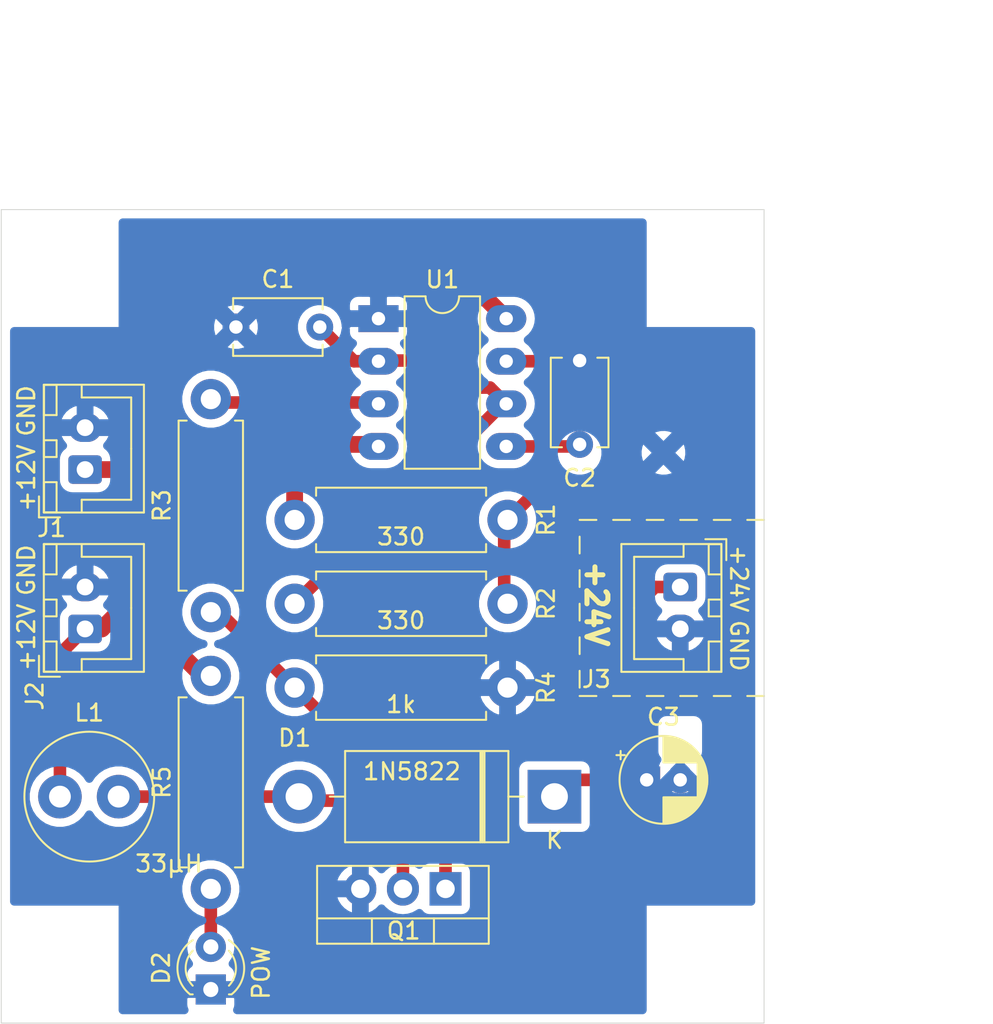
<source format=kicad_pcb>
(kicad_pcb (version 20171130) (host pcbnew "(5.1.7)-1")

  (general
    (thickness 1.6)
    (drawings 32)
    (tracks 79)
    (zones 0)
    (modules 20)
    (nets 11)
  )

  (page A4)
  (layers
    (0 F.Cu signal)
    (31 B.Cu signal)
    (32 B.Adhes user)
    (33 F.Adhes user)
    (34 B.Paste user)
    (35 F.Paste user)
    (36 B.SilkS user)
    (37 F.SilkS user)
    (38 B.Mask user)
    (39 F.Mask user)
    (40 Dwgs.User user)
    (41 Cmts.User user)
    (42 Eco1.User user)
    (43 Eco2.User user)
    (44 Edge.Cuts user)
    (45 Margin user)
    (46 B.CrtYd user)
    (47 F.CrtYd user)
    (48 B.Fab user)
    (49 F.Fab user)
  )

  (setup
    (last_trace_width 0.75)
    (user_trace_width 0.75)
    (user_trace_width 1)
    (trace_clearance 0.2)
    (zone_clearance 0.5)
    (zone_45_only no)
    (trace_min 0.2)
    (via_size 0.8)
    (via_drill 0.4)
    (via_min_size 0.4)
    (via_min_drill 0.3)
    (uvia_size 0.3)
    (uvia_drill 0.1)
    (uvias_allowed no)
    (uvia_min_size 0.2)
    (uvia_min_drill 0.1)
    (edge_width 0.05)
    (segment_width 0.2)
    (pcb_text_width 0.3)
    (pcb_text_size 1.5 1.5)
    (mod_edge_width 0.12)
    (mod_text_size 1 1)
    (mod_text_width 0.15)
    (pad_size 1.524 1.524)
    (pad_drill 0.762)
    (pad_to_mask_clearance 0)
    (aux_axis_origin 0 0)
    (visible_elements 7FFFFFFF)
    (pcbplotparams
      (layerselection 0x010fc_ffffffff)
      (usegerberextensions false)
      (usegerberattributes true)
      (usegerberadvancedattributes true)
      (creategerberjobfile true)
      (excludeedgelayer true)
      (linewidth 0.100000)
      (plotframeref false)
      (viasonmask false)
      (mode 1)
      (useauxorigin false)
      (hpglpennumber 1)
      (hpglpenspeed 20)
      (hpglpendiameter 15.000000)
      (psnegative false)
      (psa4output false)
      (plotreference true)
      (plotvalue true)
      (plotinvisibletext false)
      (padsonsilk false)
      (subtractmaskfromsilk false)
      (outputformat 1)
      (mirror false)
      (drillshape 1)
      (scaleselection 1)
      (outputdirectory ""))
  )

  (net 0 "")
  (net 1 GND)
  (net 2 "Net-(C1-Pad2)")
  (net 3 "Net-(C2-Pad2)")
  (net 4 +24V)
  (net 5 "Net-(D1-Pad2)")
  (net 6 +12V)
  (net 7 "Net-(Q1-Pad1)")
  (net 8 "Net-(R1-Pad2)")
  (net 9 "Net-(R3-Pad2)")
  (net 10 "Net-(D2-Pad2)")

  (net_class Default "This is the default net class."
    (clearance 0.2)
    (trace_width 0.25)
    (via_dia 0.8)
    (via_drill 0.4)
    (uvia_dia 0.3)
    (uvia_drill 0.1)
    (add_net +12V)
    (add_net +24V)
    (add_net GND)
    (add_net "Net-(C1-Pad2)")
    (add_net "Net-(C2-Pad2)")
    (add_net "Net-(D1-Pad2)")
    (add_net "Net-(D2-Pad2)")
    (add_net "Net-(Q1-Pad1)")
    (add_net "Net-(R1-Pad2)")
    (add_net "Net-(R3-Pad2)")
  )

  (module Resistor_THT:R_Axial_DIN0411_L9.9mm_D3.6mm_P12.70mm_Horizontal (layer F.Cu) (tedit 5AE5139B) (tstamp 60AD2B5B)
    (at 117.5 120.5 90)
    (descr "Resistor, Axial_DIN0411 series, Axial, Horizontal, pin pitch=12.7mm, 1W, length*diameter=9.9*3.6mm^2")
    (tags "Resistor Axial_DIN0411 series Axial Horizontal pin pitch 12.7mm 1W length 9.9mm diameter 3.6mm")
    (path /60AD3129)
    (fp_text reference R5 (at 6.35 -2.92 90) (layer F.SilkS)
      (effects (font (size 1 1) (thickness 0.15)))
    )
    (fp_text value 560 (at 6.35 2.92 90) (layer F.Fab)
      (effects (font (size 1 1) (thickness 0.15)))
    )
    (fp_text user %R (at 6.35 0 90) (layer F.Fab)
      (effects (font (size 1 1) (thickness 0.15)))
    )
    (fp_line (start 1.4 -1.8) (end 1.4 1.8) (layer F.Fab) (width 0.1))
    (fp_line (start 1.4 1.8) (end 11.3 1.8) (layer F.Fab) (width 0.1))
    (fp_line (start 11.3 1.8) (end 11.3 -1.8) (layer F.Fab) (width 0.1))
    (fp_line (start 11.3 -1.8) (end 1.4 -1.8) (layer F.Fab) (width 0.1))
    (fp_line (start 0 0) (end 1.4 0) (layer F.Fab) (width 0.1))
    (fp_line (start 12.7 0) (end 11.3 0) (layer F.Fab) (width 0.1))
    (fp_line (start 1.28 -1.44) (end 1.28 -1.92) (layer F.SilkS) (width 0.12))
    (fp_line (start 1.28 -1.92) (end 11.42 -1.92) (layer F.SilkS) (width 0.12))
    (fp_line (start 11.42 -1.92) (end 11.42 -1.44) (layer F.SilkS) (width 0.12))
    (fp_line (start 1.28 1.44) (end 1.28 1.92) (layer F.SilkS) (width 0.12))
    (fp_line (start 1.28 1.92) (end 11.42 1.92) (layer F.SilkS) (width 0.12))
    (fp_line (start 11.42 1.92) (end 11.42 1.44) (layer F.SilkS) (width 0.12))
    (fp_line (start -1.45 -2.05) (end -1.45 2.05) (layer F.CrtYd) (width 0.05))
    (fp_line (start -1.45 2.05) (end 14.15 2.05) (layer F.CrtYd) (width 0.05))
    (fp_line (start 14.15 2.05) (end 14.15 -2.05) (layer F.CrtYd) (width 0.05))
    (fp_line (start 14.15 -2.05) (end -1.45 -2.05) (layer F.CrtYd) (width 0.05))
    (pad 2 thru_hole oval (at 12.7 0 90) (size 2.4 2.4) (drill 1.2) (layers *.Cu *.Mask)
      (net 6 +12V))
    (pad 1 thru_hole circle (at 0 0 90) (size 2.4 2.4) (drill 1.2) (layers *.Cu *.Mask)
      (net 10 "Net-(D2-Pad2)"))
    (model ${KISYS3DMOD}/Resistor_THT.3dshapes/R_Axial_DIN0411_L9.9mm_D3.6mm_P12.70mm_Horizontal.wrl
      (at (xyz 0 0 0))
      (scale (xyz 1 1 1))
      (rotate (xyz 0 0 0))
    )
  )

  (module LED_THT:LED_D3.0mm (layer F.Cu) (tedit 587A3A7B) (tstamp 60AD446A)
    (at 117.5 126.5 90)
    (descr "LED, diameter 3.0mm, 2 pins")
    (tags "LED diameter 3.0mm 2 pins")
    (path /60AD5387)
    (fp_text reference D2 (at 1.27 -2.96 90) (layer F.SilkS)
      (effects (font (size 1 1) (thickness 0.15)))
    )
    (fp_text value LED (at 1.27 4.5 90) (layer F.Fab)
      (effects (font (size 1 1) (thickness 0.15)))
    )
    (fp_arc (start 1.27 0) (end 0.229039 1.08) (angle -87.9) (layer F.SilkS) (width 0.12))
    (fp_arc (start 1.27 0) (end 0.229039 -1.08) (angle 87.9) (layer F.SilkS) (width 0.12))
    (fp_arc (start 1.27 0) (end -0.29 1.235516) (angle -108.8) (layer F.SilkS) (width 0.12))
    (fp_arc (start 1.27 0) (end -0.29 -1.235516) (angle 108.8) (layer F.SilkS) (width 0.12))
    (fp_arc (start 1.27 0) (end -0.23 -1.16619) (angle 284.3) (layer F.Fab) (width 0.1))
    (fp_circle (center 1.27 0) (end 2.77 0) (layer F.Fab) (width 0.1))
    (fp_line (start -0.23 -1.16619) (end -0.23 1.16619) (layer F.Fab) (width 0.1))
    (fp_line (start -0.29 -1.236) (end -0.29 -1.08) (layer F.SilkS) (width 0.12))
    (fp_line (start -0.29 1.08) (end -0.29 1.236) (layer F.SilkS) (width 0.12))
    (fp_line (start -1.15 -2.25) (end -1.15 2.25) (layer F.CrtYd) (width 0.05))
    (fp_line (start -1.15 2.25) (end 3.7 2.25) (layer F.CrtYd) (width 0.05))
    (fp_line (start 3.7 2.25) (end 3.7 -2.25) (layer F.CrtYd) (width 0.05))
    (fp_line (start 3.7 -2.25) (end -1.15 -2.25) (layer F.CrtYd) (width 0.05))
    (pad 2 thru_hole circle (at 2.54 0 90) (size 1.8 1.8) (drill 0.9) (layers *.Cu *.Mask)
      (net 10 "Net-(D2-Pad2)"))
    (pad 1 thru_hole rect (at 0 0 90) (size 1.8 1.8) (drill 0.9) (layers *.Cu *.Mask)
      (net 1 GND))
    (model ${KISYS3DMOD}/LED_THT.3dshapes/LED_D3.0mm.wrl
      (at (xyz 0 0 0))
      (scale (xyz 1 1 1))
      (rotate (xyz 0 0 0))
    )
  )

  (module Inductor_THT:L_Radial_D7.5mm_P3.50mm_Fastron_07P (layer F.Cu) (tedit 5AE59B06) (tstamp 60AD3DE1)
    (at 108.5 115)
    (descr "Inductor, Radial series, Radial, pin pitch=3.50mm, , diameter=7.5mm, Fastron, 07P, http://www.fastrongroup.com/image-show/39/07P.pdf?type=Complete-DataSheet&productType=series")
    (tags "Inductor Radial series Radial pin pitch 3.50mm  diameter 7.5mm Fastron 07P")
    (path /6016FEA8)
    (fp_text reference L1 (at 1.75 -5) (layer F.SilkS)
      (effects (font (size 1 1) (thickness 0.15)))
    )
    (fp_text value 33µH (at 6.5 4) (layer F.SilkS)
      (effects (font (size 1 1) (thickness 0.15)))
    )
    (fp_circle (center 1.75 0) (end 5.75 0) (layer F.CrtYd) (width 0.05))
    (fp_circle (center 1.75 0) (end 5.62 0) (layer F.SilkS) (width 0.12))
    (fp_circle (center 1.75 0) (end 5.5 0) (layer F.Fab) (width 0.1))
    (fp_text user %R (at 1.75 0) (layer F.Fab)
      (effects (font (size 1 1) (thickness 0.15)))
    )
    (pad 2 thru_hole circle (at 3.5 0) (size 2.6 2.6) (drill 1.3) (layers *.Cu *.Mask)
      (net 5 "Net-(D1-Pad2)"))
    (pad 1 thru_hole circle (at 0 0) (size 2.6 2.6) (drill 1.3) (layers *.Cu *.Mask)
      (net 6 +12V))
    (model ${KISYS3DMOD}/Inductor_THT.3dshapes/L_Radial_D7.5mm_P3.50mm_Fastron_07P.wrl
      (at (xyz 0 0 0))
      (scale (xyz 1 1 1))
      (rotate (xyz 0 0 0))
    )
  )

  (module Diode_THT:D_DO-201AD_P15.24mm_Horizontal (layer F.Cu) (tedit 5AE50CD5) (tstamp 60ABF71E)
    (at 138 115 180)
    (descr "Diode, DO-201AD series, Axial, Horizontal, pin pitch=15.24mm, , length*diameter=9.5*5.2mm^2, , http://www.diodes.com/_files/packages/DO-201AD.pdf")
    (tags "Diode DO-201AD series Axial Horizontal pin pitch 15.24mm  length 9.5mm diameter 5.2mm")
    (path /6016F0ED)
    (fp_text reference D1 (at 15.5 3.5) (layer F.SilkS)
      (effects (font (size 1 1) (thickness 0.15)))
    )
    (fp_text value 1N5822 (at 8.5 1.5) (layer F.SilkS)
      (effects (font (size 1 1) (thickness 0.15)))
    )
    (fp_line (start 17.09 -2.85) (end -1.85 -2.85) (layer F.CrtYd) (width 0.05))
    (fp_line (start 17.09 2.85) (end 17.09 -2.85) (layer F.CrtYd) (width 0.05))
    (fp_line (start -1.85 2.85) (end 17.09 2.85) (layer F.CrtYd) (width 0.05))
    (fp_line (start -1.85 -2.85) (end -1.85 2.85) (layer F.CrtYd) (width 0.05))
    (fp_line (start 4.175 -2.72) (end 4.175 2.72) (layer F.SilkS) (width 0.12))
    (fp_line (start 4.415 -2.72) (end 4.415 2.72) (layer F.SilkS) (width 0.12))
    (fp_line (start 4.295 -2.72) (end 4.295 2.72) (layer F.SilkS) (width 0.12))
    (fp_line (start 13.4 0) (end 12.49 0) (layer F.SilkS) (width 0.12))
    (fp_line (start 1.84 0) (end 2.75 0) (layer F.SilkS) (width 0.12))
    (fp_line (start 12.49 -2.72) (end 2.75 -2.72) (layer F.SilkS) (width 0.12))
    (fp_line (start 12.49 2.72) (end 12.49 -2.72) (layer F.SilkS) (width 0.12))
    (fp_line (start 2.75 2.72) (end 12.49 2.72) (layer F.SilkS) (width 0.12))
    (fp_line (start 2.75 -2.72) (end 2.75 2.72) (layer F.SilkS) (width 0.12))
    (fp_line (start 4.195 -2.6) (end 4.195 2.6) (layer F.Fab) (width 0.1))
    (fp_line (start 4.395 -2.6) (end 4.395 2.6) (layer F.Fab) (width 0.1))
    (fp_line (start 4.295 -2.6) (end 4.295 2.6) (layer F.Fab) (width 0.1))
    (fp_line (start 15.24 0) (end 12.37 0) (layer F.Fab) (width 0.1))
    (fp_line (start 0 0) (end 2.87 0) (layer F.Fab) (width 0.1))
    (fp_line (start 12.37 -2.6) (end 2.87 -2.6) (layer F.Fab) (width 0.1))
    (fp_line (start 12.37 2.6) (end 12.37 -2.6) (layer F.Fab) (width 0.1))
    (fp_line (start 2.87 2.6) (end 12.37 2.6) (layer F.Fab) (width 0.1))
    (fp_line (start 2.87 -2.6) (end 2.87 2.6) (layer F.Fab) (width 0.1))
    (fp_text user K (at 0 -2.6) (layer F.SilkS)
      (effects (font (size 1 1) (thickness 0.15)))
    )
    (fp_text user K (at 0 -2.6) (layer F.Fab)
      (effects (font (size 1 1) (thickness 0.15)))
    )
    (fp_text user %R (at 8.3325 0) (layer F.Fab)
      (effects (font (size 1 1) (thickness 0.15)))
    )
    (pad 2 thru_hole oval (at 15.24 0 180) (size 3.2 3.2) (drill 1.6) (layers *.Cu *.Mask)
      (net 5 "Net-(D1-Pad2)"))
    (pad 1 thru_hole rect (at 0 0 180) (size 3.2 3.2) (drill 1.6) (layers *.Cu *.Mask)
      (net 4 +24V))
    (model ${KISYS3DMOD}/Diode_THT.3dshapes/D_DO-201AD_P15.24mm_Horizontal.wrl
      (at (xyz 0 0 0))
      (scale (xyz 1 1 1))
      (rotate (xyz 0 0 0))
    )
  )

  (module Package_DIP:DIP-8_W7.62mm_LongPads (layer F.Cu) (tedit 5A02E8C5) (tstamp 60ABF6BA)
    (at 127.5 86.5)
    (descr "8-lead though-hole mounted DIP package, row spacing 7.62 mm (300 mils), LongPads")
    (tags "THT DIP DIL PDIP 2.54mm 7.62mm 300mil LongPads")
    (path /60AD09AC)
    (fp_text reference U1 (at 3.81 -2.33) (layer F.SilkS)
      (effects (font (size 1 1) (thickness 0.15)))
    )
    (fp_text value LM555xM (at 3.81 9.95) (layer F.Fab)
      (effects (font (size 1 1) (thickness 0.15)))
    )
    (fp_line (start 1.635 -1.27) (end 6.985 -1.27) (layer F.Fab) (width 0.1))
    (fp_line (start 6.985 -1.27) (end 6.985 8.89) (layer F.Fab) (width 0.1))
    (fp_line (start 6.985 8.89) (end 0.635 8.89) (layer F.Fab) (width 0.1))
    (fp_line (start 0.635 8.89) (end 0.635 -0.27) (layer F.Fab) (width 0.1))
    (fp_line (start 0.635 -0.27) (end 1.635 -1.27) (layer F.Fab) (width 0.1))
    (fp_line (start 2.81 -1.33) (end 1.56 -1.33) (layer F.SilkS) (width 0.12))
    (fp_line (start 1.56 -1.33) (end 1.56 8.95) (layer F.SilkS) (width 0.12))
    (fp_line (start 1.56 8.95) (end 6.06 8.95) (layer F.SilkS) (width 0.12))
    (fp_line (start 6.06 8.95) (end 6.06 -1.33) (layer F.SilkS) (width 0.12))
    (fp_line (start 6.06 -1.33) (end 4.81 -1.33) (layer F.SilkS) (width 0.12))
    (fp_line (start -1.45 -1.55) (end -1.45 9.15) (layer F.CrtYd) (width 0.05))
    (fp_line (start -1.45 9.15) (end 9.1 9.15) (layer F.CrtYd) (width 0.05))
    (fp_line (start 9.1 9.15) (end 9.1 -1.55) (layer F.CrtYd) (width 0.05))
    (fp_line (start 9.1 -1.55) (end -1.45 -1.55) (layer F.CrtYd) (width 0.05))
    (fp_arc (start 3.81 -1.33) (end 2.81 -1.33) (angle -180) (layer F.SilkS) (width 0.12))
    (fp_text user %R (at 3.81 3.81) (layer F.Fab)
      (effects (font (size 1 1) (thickness 0.15)))
    )
    (pad 1 thru_hole rect (at 0 0) (size 2.4 1.6) (drill 0.8) (layers *.Cu *.Mask)
      (net 1 GND))
    (pad 5 thru_hole oval (at 7.62 7.62) (size 2.4 1.6) (drill 0.8) (layers *.Cu *.Mask)
      (net 3 "Net-(C2-Pad2)"))
    (pad 2 thru_hole oval (at 0 2.54) (size 2.4 1.6) (drill 0.8) (layers *.Cu *.Mask)
      (net 2 "Net-(C1-Pad2)"))
    (pad 6 thru_hole oval (at 7.62 5.08) (size 2.4 1.6) (drill 0.8) (layers *.Cu *.Mask)
      (net 2 "Net-(C1-Pad2)"))
    (pad 3 thru_hole oval (at 0 5.08) (size 2.4 1.6) (drill 0.8) (layers *.Cu *.Mask)
      (net 9 "Net-(R3-Pad2)"))
    (pad 7 thru_hole oval (at 7.62 2.54) (size 2.4 1.6) (drill 0.8) (layers *.Cu *.Mask)
      (net 8 "Net-(R1-Pad2)"))
    (pad 4 thru_hole oval (at 0 7.62) (size 2.4 1.6) (drill 0.8) (layers *.Cu *.Mask)
      (net 6 +12V))
    (pad 8 thru_hole oval (at 7.62 0) (size 2.4 1.6) (drill 0.8) (layers *.Cu *.Mask)
      (net 6 +12V))
    (model ${KISYS3DMOD}/Package_DIP.3dshapes/DIP-8_W7.62mm.wrl
      (at (xyz 0 0 0))
      (scale (xyz 1 1 1))
      (rotate (xyz 0 0 0))
    )
  )

  (module Resistor_THT:R_Axial_DIN0411_L9.9mm_D3.6mm_P12.70mm_Horizontal (layer F.Cu) (tedit 5AE5139B) (tstamp 60ABF6A4)
    (at 122.5 98.5)
    (descr "Resistor, Axial_DIN0411 series, Axial, Horizontal, pin pitch=12.7mm, 1W, length*diameter=9.9*3.6mm^2")
    (tags "Resistor Axial_DIN0411 series Axial Horizontal pin pitch 12.7mm 1W length 9.9mm diameter 3.6mm")
    (path /609749E3)
    (fp_text reference R1 (at 15 0 90) (layer F.SilkS)
      (effects (font (size 1 1) (thickness 0.15)))
    )
    (fp_text value 330 (at 6.35 1) (layer F.SilkS)
      (effects (font (size 1 1) (thickness 0.15)))
    )
    (fp_line (start 1.4 -1.8) (end 1.4 1.8) (layer F.Fab) (width 0.1))
    (fp_line (start 1.4 1.8) (end 11.3 1.8) (layer F.Fab) (width 0.1))
    (fp_line (start 11.3 1.8) (end 11.3 -1.8) (layer F.Fab) (width 0.1))
    (fp_line (start 11.3 -1.8) (end 1.4 -1.8) (layer F.Fab) (width 0.1))
    (fp_line (start 0 0) (end 1.4 0) (layer F.Fab) (width 0.1))
    (fp_line (start 12.7 0) (end 11.3 0) (layer F.Fab) (width 0.1))
    (fp_line (start 1.28 -1.44) (end 1.28 -1.92) (layer F.SilkS) (width 0.12))
    (fp_line (start 1.28 -1.92) (end 11.42 -1.92) (layer F.SilkS) (width 0.12))
    (fp_line (start 11.42 -1.92) (end 11.42 -1.44) (layer F.SilkS) (width 0.12))
    (fp_line (start 1.28 1.44) (end 1.28 1.92) (layer F.SilkS) (width 0.12))
    (fp_line (start 1.28 1.92) (end 11.42 1.92) (layer F.SilkS) (width 0.12))
    (fp_line (start 11.42 1.92) (end 11.42 1.44) (layer F.SilkS) (width 0.12))
    (fp_line (start -1.45 -2.05) (end -1.45 2.05) (layer F.CrtYd) (width 0.05))
    (fp_line (start -1.45 2.05) (end 14.15 2.05) (layer F.CrtYd) (width 0.05))
    (fp_line (start 14.15 2.05) (end 14.15 -2.05) (layer F.CrtYd) (width 0.05))
    (fp_line (start 14.15 -2.05) (end -1.45 -2.05) (layer F.CrtYd) (width 0.05))
    (fp_text user %R (at 7 0) (layer F.Fab)
      (effects (font (size 1 1) (thickness 0.15)))
    )
    (pad 2 thru_hole oval (at 12.7 0) (size 2.4 2.4) (drill 1.2) (layers *.Cu *.Mask)
      (net 8 "Net-(R1-Pad2)"))
    (pad 1 thru_hole circle (at 0 0) (size 2.4 2.4) (drill 1.2) (layers *.Cu *.Mask)
      (net 6 +12V))
    (model ${KISYS3DMOD}/Resistor_THT.3dshapes/R_Axial_DIN0411_L9.9mm_D3.6mm_P12.70mm_Horizontal.wrl
      (at (xyz 0 0 0))
      (scale (xyz 1 1 1))
      (rotate (xyz 0 0 0))
    )
  )

  (module Connector_JST:JST_XH_B2B-XH-A_1x02_P2.50mm_Vertical (layer F.Cu) (tedit 5C28146C) (tstamp 60ABF67C)
    (at 145.5 102.5 270)
    (descr "JST XH series connector, B2B-XH-A (http://www.jst-mfg.com/product/pdf/eng/eXH.pdf), generated with kicad-footprint-generator")
    (tags "connector JST XH vertical")
    (path /60B8396D)
    (fp_text reference J3 (at 5.5 5 180) (layer F.SilkS)
      (effects (font (size 1 1) (thickness 0.15)))
    )
    (fp_text value Conn_01x02 (at 1.25 4.6 90) (layer F.Fab)
      (effects (font (size 1 1) (thickness 0.15)))
    )
    (fp_line (start -2.45 -2.35) (end -2.45 3.4) (layer F.Fab) (width 0.1))
    (fp_line (start -2.45 3.4) (end 4.95 3.4) (layer F.Fab) (width 0.1))
    (fp_line (start 4.95 3.4) (end 4.95 -2.35) (layer F.Fab) (width 0.1))
    (fp_line (start 4.95 -2.35) (end -2.45 -2.35) (layer F.Fab) (width 0.1))
    (fp_line (start -2.56 -2.46) (end -2.56 3.51) (layer F.SilkS) (width 0.12))
    (fp_line (start -2.56 3.51) (end 5.06 3.51) (layer F.SilkS) (width 0.12))
    (fp_line (start 5.06 3.51) (end 5.06 -2.46) (layer F.SilkS) (width 0.12))
    (fp_line (start 5.06 -2.46) (end -2.56 -2.46) (layer F.SilkS) (width 0.12))
    (fp_line (start -2.95 -2.85) (end -2.95 3.9) (layer F.CrtYd) (width 0.05))
    (fp_line (start -2.95 3.9) (end 5.45 3.9) (layer F.CrtYd) (width 0.05))
    (fp_line (start 5.45 3.9) (end 5.45 -2.85) (layer F.CrtYd) (width 0.05))
    (fp_line (start 5.45 -2.85) (end -2.95 -2.85) (layer F.CrtYd) (width 0.05))
    (fp_line (start -0.625 -2.35) (end 0 -1.35) (layer F.Fab) (width 0.1))
    (fp_line (start 0 -1.35) (end 0.625 -2.35) (layer F.Fab) (width 0.1))
    (fp_line (start 0.75 -2.45) (end 0.75 -1.7) (layer F.SilkS) (width 0.12))
    (fp_line (start 0.75 -1.7) (end 1.75 -1.7) (layer F.SilkS) (width 0.12))
    (fp_line (start 1.75 -1.7) (end 1.75 -2.45) (layer F.SilkS) (width 0.12))
    (fp_line (start 1.75 -2.45) (end 0.75 -2.45) (layer F.SilkS) (width 0.12))
    (fp_line (start -2.55 -2.45) (end -2.55 -1.7) (layer F.SilkS) (width 0.12))
    (fp_line (start -2.55 -1.7) (end -0.75 -1.7) (layer F.SilkS) (width 0.12))
    (fp_line (start -0.75 -1.7) (end -0.75 -2.45) (layer F.SilkS) (width 0.12))
    (fp_line (start -0.75 -2.45) (end -2.55 -2.45) (layer F.SilkS) (width 0.12))
    (fp_line (start 3.25 -2.45) (end 3.25 -1.7) (layer F.SilkS) (width 0.12))
    (fp_line (start 3.25 -1.7) (end 5.05 -1.7) (layer F.SilkS) (width 0.12))
    (fp_line (start 5.05 -1.7) (end 5.05 -2.45) (layer F.SilkS) (width 0.12))
    (fp_line (start 5.05 -2.45) (end 3.25 -2.45) (layer F.SilkS) (width 0.12))
    (fp_line (start -2.55 -0.2) (end -1.8 -0.2) (layer F.SilkS) (width 0.12))
    (fp_line (start -1.8 -0.2) (end -1.8 2.75) (layer F.SilkS) (width 0.12))
    (fp_line (start -1.8 2.75) (end 1.25 2.75) (layer F.SilkS) (width 0.12))
    (fp_line (start 5.05 -0.2) (end 4.3 -0.2) (layer F.SilkS) (width 0.12))
    (fp_line (start 4.3 -0.2) (end 4.3 2.75) (layer F.SilkS) (width 0.12))
    (fp_line (start 4.3 2.75) (end 1.25 2.75) (layer F.SilkS) (width 0.12))
    (fp_line (start -1.6 -2.75) (end -2.85 -2.75) (layer F.SilkS) (width 0.12))
    (fp_line (start -2.85 -2.75) (end -2.85 -1.5) (layer F.SilkS) (width 0.12))
    (fp_text user %R (at 1.25 2.7 90) (layer F.Fab)
      (effects (font (size 1 1) (thickness 0.15)))
    )
    (pad 1 thru_hole roundrect (at 0 0 270) (size 1.7 2) (drill 1) (layers *.Cu *.Mask) (roundrect_rratio 0.1470588235294118)
      (net 4 +24V))
    (pad 2 thru_hole oval (at 2.5 0 270) (size 1.7 2) (drill 1) (layers *.Cu *.Mask)
      (net 1 GND))
    (model ${KISYS3DMOD}/Connector_JST.3dshapes/JST_XH_B2B-XH-A_1x02_P2.50mm_Vertical.wrl
      (at (xyz 0 0 0))
      (scale (xyz 1 1 1))
      (rotate (xyz 0 0 0))
    )
  )

  (module Capacitor_THT:CP_Radial_D5.0mm_P2.00mm (layer F.Cu) (tedit 5AE50EF0) (tstamp 60ABF5FA)
    (at 143.5 114)
    (descr "CP, Radial series, Radial, pin pitch=2.00mm, , diameter=5mm, Electrolytic Capacitor")
    (tags "CP Radial series Radial pin pitch 2.00mm  diameter 5mm Electrolytic Capacitor")
    (path /6017D364)
    (fp_text reference C3 (at 1 -3.75) (layer F.SilkS)
      (effects (font (size 1 1) (thickness 0.15)))
    )
    (fp_text value 22µF (at 1 3.75) (layer F.Fab)
      (effects (font (size 1 1) (thickness 0.15)))
    )
    (fp_circle (center 1 0) (end 3.5 0) (layer F.Fab) (width 0.1))
    (fp_circle (center 1 0) (end 3.62 0) (layer F.SilkS) (width 0.12))
    (fp_circle (center 1 0) (end 3.75 0) (layer F.CrtYd) (width 0.05))
    (fp_line (start -1.133605 -1.0875) (end -0.633605 -1.0875) (layer F.Fab) (width 0.1))
    (fp_line (start -0.883605 -1.3375) (end -0.883605 -0.8375) (layer F.Fab) (width 0.1))
    (fp_line (start 1 1.04) (end 1 2.58) (layer F.SilkS) (width 0.12))
    (fp_line (start 1 -2.58) (end 1 -1.04) (layer F.SilkS) (width 0.12))
    (fp_line (start 1.04 1.04) (end 1.04 2.58) (layer F.SilkS) (width 0.12))
    (fp_line (start 1.04 -2.58) (end 1.04 -1.04) (layer F.SilkS) (width 0.12))
    (fp_line (start 1.08 -2.579) (end 1.08 -1.04) (layer F.SilkS) (width 0.12))
    (fp_line (start 1.08 1.04) (end 1.08 2.579) (layer F.SilkS) (width 0.12))
    (fp_line (start 1.12 -2.578) (end 1.12 -1.04) (layer F.SilkS) (width 0.12))
    (fp_line (start 1.12 1.04) (end 1.12 2.578) (layer F.SilkS) (width 0.12))
    (fp_line (start 1.16 -2.576) (end 1.16 -1.04) (layer F.SilkS) (width 0.12))
    (fp_line (start 1.16 1.04) (end 1.16 2.576) (layer F.SilkS) (width 0.12))
    (fp_line (start 1.2 -2.573) (end 1.2 -1.04) (layer F.SilkS) (width 0.12))
    (fp_line (start 1.2 1.04) (end 1.2 2.573) (layer F.SilkS) (width 0.12))
    (fp_line (start 1.24 -2.569) (end 1.24 -1.04) (layer F.SilkS) (width 0.12))
    (fp_line (start 1.24 1.04) (end 1.24 2.569) (layer F.SilkS) (width 0.12))
    (fp_line (start 1.28 -2.565) (end 1.28 -1.04) (layer F.SilkS) (width 0.12))
    (fp_line (start 1.28 1.04) (end 1.28 2.565) (layer F.SilkS) (width 0.12))
    (fp_line (start 1.32 -2.561) (end 1.32 -1.04) (layer F.SilkS) (width 0.12))
    (fp_line (start 1.32 1.04) (end 1.32 2.561) (layer F.SilkS) (width 0.12))
    (fp_line (start 1.36 -2.556) (end 1.36 -1.04) (layer F.SilkS) (width 0.12))
    (fp_line (start 1.36 1.04) (end 1.36 2.556) (layer F.SilkS) (width 0.12))
    (fp_line (start 1.4 -2.55) (end 1.4 -1.04) (layer F.SilkS) (width 0.12))
    (fp_line (start 1.4 1.04) (end 1.4 2.55) (layer F.SilkS) (width 0.12))
    (fp_line (start 1.44 -2.543) (end 1.44 -1.04) (layer F.SilkS) (width 0.12))
    (fp_line (start 1.44 1.04) (end 1.44 2.543) (layer F.SilkS) (width 0.12))
    (fp_line (start 1.48 -2.536) (end 1.48 -1.04) (layer F.SilkS) (width 0.12))
    (fp_line (start 1.48 1.04) (end 1.48 2.536) (layer F.SilkS) (width 0.12))
    (fp_line (start 1.52 -2.528) (end 1.52 -1.04) (layer F.SilkS) (width 0.12))
    (fp_line (start 1.52 1.04) (end 1.52 2.528) (layer F.SilkS) (width 0.12))
    (fp_line (start 1.56 -2.52) (end 1.56 -1.04) (layer F.SilkS) (width 0.12))
    (fp_line (start 1.56 1.04) (end 1.56 2.52) (layer F.SilkS) (width 0.12))
    (fp_line (start 1.6 -2.511) (end 1.6 -1.04) (layer F.SilkS) (width 0.12))
    (fp_line (start 1.6 1.04) (end 1.6 2.511) (layer F.SilkS) (width 0.12))
    (fp_line (start 1.64 -2.501) (end 1.64 -1.04) (layer F.SilkS) (width 0.12))
    (fp_line (start 1.64 1.04) (end 1.64 2.501) (layer F.SilkS) (width 0.12))
    (fp_line (start 1.68 -2.491) (end 1.68 -1.04) (layer F.SilkS) (width 0.12))
    (fp_line (start 1.68 1.04) (end 1.68 2.491) (layer F.SilkS) (width 0.12))
    (fp_line (start 1.721 -2.48) (end 1.721 -1.04) (layer F.SilkS) (width 0.12))
    (fp_line (start 1.721 1.04) (end 1.721 2.48) (layer F.SilkS) (width 0.12))
    (fp_line (start 1.761 -2.468) (end 1.761 -1.04) (layer F.SilkS) (width 0.12))
    (fp_line (start 1.761 1.04) (end 1.761 2.468) (layer F.SilkS) (width 0.12))
    (fp_line (start 1.801 -2.455) (end 1.801 -1.04) (layer F.SilkS) (width 0.12))
    (fp_line (start 1.801 1.04) (end 1.801 2.455) (layer F.SilkS) (width 0.12))
    (fp_line (start 1.841 -2.442) (end 1.841 -1.04) (layer F.SilkS) (width 0.12))
    (fp_line (start 1.841 1.04) (end 1.841 2.442) (layer F.SilkS) (width 0.12))
    (fp_line (start 1.881 -2.428) (end 1.881 -1.04) (layer F.SilkS) (width 0.12))
    (fp_line (start 1.881 1.04) (end 1.881 2.428) (layer F.SilkS) (width 0.12))
    (fp_line (start 1.921 -2.414) (end 1.921 -1.04) (layer F.SilkS) (width 0.12))
    (fp_line (start 1.921 1.04) (end 1.921 2.414) (layer F.SilkS) (width 0.12))
    (fp_line (start 1.961 -2.398) (end 1.961 -1.04) (layer F.SilkS) (width 0.12))
    (fp_line (start 1.961 1.04) (end 1.961 2.398) (layer F.SilkS) (width 0.12))
    (fp_line (start 2.001 -2.382) (end 2.001 -1.04) (layer F.SilkS) (width 0.12))
    (fp_line (start 2.001 1.04) (end 2.001 2.382) (layer F.SilkS) (width 0.12))
    (fp_line (start 2.041 -2.365) (end 2.041 -1.04) (layer F.SilkS) (width 0.12))
    (fp_line (start 2.041 1.04) (end 2.041 2.365) (layer F.SilkS) (width 0.12))
    (fp_line (start 2.081 -2.348) (end 2.081 -1.04) (layer F.SilkS) (width 0.12))
    (fp_line (start 2.081 1.04) (end 2.081 2.348) (layer F.SilkS) (width 0.12))
    (fp_line (start 2.121 -2.329) (end 2.121 -1.04) (layer F.SilkS) (width 0.12))
    (fp_line (start 2.121 1.04) (end 2.121 2.329) (layer F.SilkS) (width 0.12))
    (fp_line (start 2.161 -2.31) (end 2.161 -1.04) (layer F.SilkS) (width 0.12))
    (fp_line (start 2.161 1.04) (end 2.161 2.31) (layer F.SilkS) (width 0.12))
    (fp_line (start 2.201 -2.29) (end 2.201 -1.04) (layer F.SilkS) (width 0.12))
    (fp_line (start 2.201 1.04) (end 2.201 2.29) (layer F.SilkS) (width 0.12))
    (fp_line (start 2.241 -2.268) (end 2.241 -1.04) (layer F.SilkS) (width 0.12))
    (fp_line (start 2.241 1.04) (end 2.241 2.268) (layer F.SilkS) (width 0.12))
    (fp_line (start 2.281 -2.247) (end 2.281 -1.04) (layer F.SilkS) (width 0.12))
    (fp_line (start 2.281 1.04) (end 2.281 2.247) (layer F.SilkS) (width 0.12))
    (fp_line (start 2.321 -2.224) (end 2.321 -1.04) (layer F.SilkS) (width 0.12))
    (fp_line (start 2.321 1.04) (end 2.321 2.224) (layer F.SilkS) (width 0.12))
    (fp_line (start 2.361 -2.2) (end 2.361 -1.04) (layer F.SilkS) (width 0.12))
    (fp_line (start 2.361 1.04) (end 2.361 2.2) (layer F.SilkS) (width 0.12))
    (fp_line (start 2.401 -2.175) (end 2.401 -1.04) (layer F.SilkS) (width 0.12))
    (fp_line (start 2.401 1.04) (end 2.401 2.175) (layer F.SilkS) (width 0.12))
    (fp_line (start 2.441 -2.149) (end 2.441 -1.04) (layer F.SilkS) (width 0.12))
    (fp_line (start 2.441 1.04) (end 2.441 2.149) (layer F.SilkS) (width 0.12))
    (fp_line (start 2.481 -2.122) (end 2.481 -1.04) (layer F.SilkS) (width 0.12))
    (fp_line (start 2.481 1.04) (end 2.481 2.122) (layer F.SilkS) (width 0.12))
    (fp_line (start 2.521 -2.095) (end 2.521 -1.04) (layer F.SilkS) (width 0.12))
    (fp_line (start 2.521 1.04) (end 2.521 2.095) (layer F.SilkS) (width 0.12))
    (fp_line (start 2.561 -2.065) (end 2.561 -1.04) (layer F.SilkS) (width 0.12))
    (fp_line (start 2.561 1.04) (end 2.561 2.065) (layer F.SilkS) (width 0.12))
    (fp_line (start 2.601 -2.035) (end 2.601 -1.04) (layer F.SilkS) (width 0.12))
    (fp_line (start 2.601 1.04) (end 2.601 2.035) (layer F.SilkS) (width 0.12))
    (fp_line (start 2.641 -2.004) (end 2.641 -1.04) (layer F.SilkS) (width 0.12))
    (fp_line (start 2.641 1.04) (end 2.641 2.004) (layer F.SilkS) (width 0.12))
    (fp_line (start 2.681 -1.971) (end 2.681 -1.04) (layer F.SilkS) (width 0.12))
    (fp_line (start 2.681 1.04) (end 2.681 1.971) (layer F.SilkS) (width 0.12))
    (fp_line (start 2.721 -1.937) (end 2.721 -1.04) (layer F.SilkS) (width 0.12))
    (fp_line (start 2.721 1.04) (end 2.721 1.937) (layer F.SilkS) (width 0.12))
    (fp_line (start 2.761 -1.901) (end 2.761 -1.04) (layer F.SilkS) (width 0.12))
    (fp_line (start 2.761 1.04) (end 2.761 1.901) (layer F.SilkS) (width 0.12))
    (fp_line (start 2.801 -1.864) (end 2.801 -1.04) (layer F.SilkS) (width 0.12))
    (fp_line (start 2.801 1.04) (end 2.801 1.864) (layer F.SilkS) (width 0.12))
    (fp_line (start 2.841 -1.826) (end 2.841 -1.04) (layer F.SilkS) (width 0.12))
    (fp_line (start 2.841 1.04) (end 2.841 1.826) (layer F.SilkS) (width 0.12))
    (fp_line (start 2.881 -1.785) (end 2.881 -1.04) (layer F.SilkS) (width 0.12))
    (fp_line (start 2.881 1.04) (end 2.881 1.785) (layer F.SilkS) (width 0.12))
    (fp_line (start 2.921 -1.743) (end 2.921 -1.04) (layer F.SilkS) (width 0.12))
    (fp_line (start 2.921 1.04) (end 2.921 1.743) (layer F.SilkS) (width 0.12))
    (fp_line (start 2.961 -1.699) (end 2.961 -1.04) (layer F.SilkS) (width 0.12))
    (fp_line (start 2.961 1.04) (end 2.961 1.699) (layer F.SilkS) (width 0.12))
    (fp_line (start 3.001 -1.653) (end 3.001 -1.04) (layer F.SilkS) (width 0.12))
    (fp_line (start 3.001 1.04) (end 3.001 1.653) (layer F.SilkS) (width 0.12))
    (fp_line (start 3.041 -1.605) (end 3.041 1.605) (layer F.SilkS) (width 0.12))
    (fp_line (start 3.081 -1.554) (end 3.081 1.554) (layer F.SilkS) (width 0.12))
    (fp_line (start 3.121 -1.5) (end 3.121 1.5) (layer F.SilkS) (width 0.12))
    (fp_line (start 3.161 -1.443) (end 3.161 1.443) (layer F.SilkS) (width 0.12))
    (fp_line (start 3.201 -1.383) (end 3.201 1.383) (layer F.SilkS) (width 0.12))
    (fp_line (start 3.241 -1.319) (end 3.241 1.319) (layer F.SilkS) (width 0.12))
    (fp_line (start 3.281 -1.251) (end 3.281 1.251) (layer F.SilkS) (width 0.12))
    (fp_line (start 3.321 -1.178) (end 3.321 1.178) (layer F.SilkS) (width 0.12))
    (fp_line (start 3.361 -1.098) (end 3.361 1.098) (layer F.SilkS) (width 0.12))
    (fp_line (start 3.401 -1.011) (end 3.401 1.011) (layer F.SilkS) (width 0.12))
    (fp_line (start 3.441 -0.915) (end 3.441 0.915) (layer F.SilkS) (width 0.12))
    (fp_line (start 3.481 -0.805) (end 3.481 0.805) (layer F.SilkS) (width 0.12))
    (fp_line (start 3.521 -0.677) (end 3.521 0.677) (layer F.SilkS) (width 0.12))
    (fp_line (start 3.561 -0.518) (end 3.561 0.518) (layer F.SilkS) (width 0.12))
    (fp_line (start 3.601 -0.284) (end 3.601 0.284) (layer F.SilkS) (width 0.12))
    (fp_line (start -1.804775 -1.475) (end -1.304775 -1.475) (layer F.SilkS) (width 0.12))
    (fp_line (start -1.554775 -1.725) (end -1.554775 -1.225) (layer F.SilkS) (width 0.12))
    (fp_text user %R (at 1 0) (layer F.Fab)
      (effects (font (size 1 1) (thickness 0.15)))
    )
    (pad 1 thru_hole rect (at 0 0) (size 1.6 1.6) (drill 0.8) (layers *.Cu *.Mask)
      (net 4 +24V))
    (pad 2 thru_hole circle (at 2 0) (size 1.6 1.6) (drill 0.8) (layers *.Cu *.Mask)
      (net 1 GND))
    (model ${KISYS3DMOD}/Capacitor_THT.3dshapes/CP_Radial_D5.0mm_P2.00mm.wrl
      (at (xyz 0 0 0))
      (scale (xyz 1 1 1))
      (rotate (xyz 0 0 0))
    )
  )

  (module Resistor_THT:R_Axial_DIN0411_L9.9mm_D3.6mm_P12.70mm_Horizontal (layer F.Cu) (tedit 5AE5139B) (tstamp 60ABF5E4)
    (at 122.5 108.5)
    (descr "Resistor, Axial_DIN0411 series, Axial, Horizontal, pin pitch=12.7mm, 1W, length*diameter=9.9*3.6mm^2")
    (tags "Resistor Axial_DIN0411 series Axial Horizontal pin pitch 12.7mm 1W length 9.9mm diameter 3.6mm")
    (path /60B71763)
    (fp_text reference R4 (at 15 0 90) (layer F.SilkS)
      (effects (font (size 1 1) (thickness 0.15)))
    )
    (fp_text value 1k (at 6.35 1) (layer F.SilkS)
      (effects (font (size 1 1) (thickness 0.15)))
    )
    (fp_line (start 1.4 -1.8) (end 1.4 1.8) (layer F.Fab) (width 0.1))
    (fp_line (start 1.4 1.8) (end 11.3 1.8) (layer F.Fab) (width 0.1))
    (fp_line (start 11.3 1.8) (end 11.3 -1.8) (layer F.Fab) (width 0.1))
    (fp_line (start 11.3 -1.8) (end 1.4 -1.8) (layer F.Fab) (width 0.1))
    (fp_line (start 0 0) (end 1.4 0) (layer F.Fab) (width 0.1))
    (fp_line (start 12.7 0) (end 11.3 0) (layer F.Fab) (width 0.1))
    (fp_line (start 1.28 -1.44) (end 1.28 -1.92) (layer F.SilkS) (width 0.12))
    (fp_line (start 1.28 -1.92) (end 11.42 -1.92) (layer F.SilkS) (width 0.12))
    (fp_line (start 11.42 -1.92) (end 11.42 -1.44) (layer F.SilkS) (width 0.12))
    (fp_line (start 1.28 1.44) (end 1.28 1.92) (layer F.SilkS) (width 0.12))
    (fp_line (start 1.28 1.92) (end 11.42 1.92) (layer F.SilkS) (width 0.12))
    (fp_line (start 11.42 1.92) (end 11.42 1.44) (layer F.SilkS) (width 0.12))
    (fp_line (start -1.45 -2.05) (end -1.45 2.05) (layer F.CrtYd) (width 0.05))
    (fp_line (start -1.45 2.05) (end 14.15 2.05) (layer F.CrtYd) (width 0.05))
    (fp_line (start 14.15 2.05) (end 14.15 -2.05) (layer F.CrtYd) (width 0.05))
    (fp_line (start 14.15 -2.05) (end -1.45 -2.05) (layer F.CrtYd) (width 0.05))
    (fp_text user %R (at 6.35 0) (layer F.Fab)
      (effects (font (size 1 1) (thickness 0.15)))
    )
    (pad 1 thru_hole circle (at 0 0) (size 2.4 2.4) (drill 1.2) (layers *.Cu *.Mask)
      (net 7 "Net-(Q1-Pad1)"))
    (pad 2 thru_hole oval (at 12.7 0) (size 2.4 2.4) (drill 1.2) (layers *.Cu *.Mask)
      (net 1 GND))
    (model ${KISYS3DMOD}/Resistor_THT.3dshapes/R_Axial_DIN0411_L9.9mm_D3.6mm_P12.70mm_Horizontal.wrl
      (at (xyz 0 0 0))
      (scale (xyz 1 1 1))
      (rotate (xyz 0 0 0))
    )
  )

  (module Resistor_THT:R_Axial_DIN0411_L9.9mm_D3.6mm_P12.70mm_Horizontal (layer F.Cu) (tedit 5AE5139B) (tstamp 60AD3E36)
    (at 117.5 104 90)
    (descr "Resistor, Axial_DIN0411 series, Axial, Horizontal, pin pitch=12.7mm, 1W, length*diameter=9.9*3.6mm^2")
    (tags "Resistor Axial_DIN0411 series Axial Horizontal pin pitch 12.7mm 1W length 9.9mm diameter 3.6mm")
    (path /60B71303)
    (fp_text reference R3 (at 6.35 -2.92 90) (layer F.SilkS)
      (effects (font (size 1 1) (thickness 0.15)))
    )
    (fp_text value 330 (at 6.35 2.92 90) (layer F.Fab)
      (effects (font (size 1 1) (thickness 0.15)))
    )
    (fp_line (start 1.4 -1.8) (end 1.4 1.8) (layer F.Fab) (width 0.1))
    (fp_line (start 1.4 1.8) (end 11.3 1.8) (layer F.Fab) (width 0.1))
    (fp_line (start 11.3 1.8) (end 11.3 -1.8) (layer F.Fab) (width 0.1))
    (fp_line (start 11.3 -1.8) (end 1.4 -1.8) (layer F.Fab) (width 0.1))
    (fp_line (start 0 0) (end 1.4 0) (layer F.Fab) (width 0.1))
    (fp_line (start 12.7 0) (end 11.3 0) (layer F.Fab) (width 0.1))
    (fp_line (start 1.28 -1.44) (end 1.28 -1.92) (layer F.SilkS) (width 0.12))
    (fp_line (start 1.28 -1.92) (end 11.42 -1.92) (layer F.SilkS) (width 0.12))
    (fp_line (start 11.42 -1.92) (end 11.42 -1.44) (layer F.SilkS) (width 0.12))
    (fp_line (start 1.28 1.44) (end 1.28 1.92) (layer F.SilkS) (width 0.12))
    (fp_line (start 1.28 1.92) (end 11.42 1.92) (layer F.SilkS) (width 0.12))
    (fp_line (start 11.42 1.92) (end 11.42 1.44) (layer F.SilkS) (width 0.12))
    (fp_line (start -1.45 -2.05) (end -1.45 2.05) (layer F.CrtYd) (width 0.05))
    (fp_line (start -1.45 2.05) (end 14.15 2.05) (layer F.CrtYd) (width 0.05))
    (fp_line (start 14.15 2.05) (end 14.15 -2.05) (layer F.CrtYd) (width 0.05))
    (fp_line (start 14.15 -2.05) (end -1.45 -2.05) (layer F.CrtYd) (width 0.05))
    (fp_text user %R (at 6.35 0 90) (layer F.Fab)
      (effects (font (size 1 1) (thickness 0.15)))
    )
    (pad 1 thru_hole circle (at 0 0 90) (size 2.4 2.4) (drill 1.2) (layers *.Cu *.Mask)
      (net 7 "Net-(Q1-Pad1)"))
    (pad 2 thru_hole oval (at 12.7 0 90) (size 2.4 2.4) (drill 1.2) (layers *.Cu *.Mask)
      (net 9 "Net-(R3-Pad2)"))
    (model ${KISYS3DMOD}/Resistor_THT.3dshapes/R_Axial_DIN0411_L9.9mm_D3.6mm_P12.70mm_Horizontal.wrl
      (at (xyz 0 0 0))
      (scale (xyz 1 1 1))
      (rotate (xyz 0 0 0))
    )
  )

  (module Resistor_THT:R_Axial_DIN0411_L9.9mm_D3.6mm_P12.70mm_Horizontal (layer F.Cu) (tedit 5AE5139B) (tstamp 60AD42B6)
    (at 122.5 103.5)
    (descr "Resistor, Axial_DIN0411 series, Axial, Horizontal, pin pitch=12.7mm, 1W, length*diameter=9.9*3.6mm^2")
    (tags "Resistor Axial_DIN0411 series Axial Horizontal pin pitch 12.7mm 1W length 9.9mm diameter 3.6mm")
    (path /60973D33)
    (fp_text reference R2 (at 15 0 90) (layer F.SilkS)
      (effects (font (size 1 1) (thickness 0.15)))
    )
    (fp_text value 330 (at 6.35 1) (layer F.SilkS)
      (effects (font (size 1 1) (thickness 0.15)))
    )
    (fp_line (start 14.15 -2.05) (end -1.45 -2.05) (layer F.CrtYd) (width 0.05))
    (fp_line (start 14.15 2.05) (end 14.15 -2.05) (layer F.CrtYd) (width 0.05))
    (fp_line (start -1.45 2.05) (end 14.15 2.05) (layer F.CrtYd) (width 0.05))
    (fp_line (start -1.45 -2.05) (end -1.45 2.05) (layer F.CrtYd) (width 0.05))
    (fp_line (start 11.42 1.92) (end 11.42 1.44) (layer F.SilkS) (width 0.12))
    (fp_line (start 1.28 1.92) (end 11.42 1.92) (layer F.SilkS) (width 0.12))
    (fp_line (start 1.28 1.44) (end 1.28 1.92) (layer F.SilkS) (width 0.12))
    (fp_line (start 11.42 -1.92) (end 11.42 -1.44) (layer F.SilkS) (width 0.12))
    (fp_line (start 1.28 -1.92) (end 11.42 -1.92) (layer F.SilkS) (width 0.12))
    (fp_line (start 1.28 -1.44) (end 1.28 -1.92) (layer F.SilkS) (width 0.12))
    (fp_line (start 12.7 0) (end 11.3 0) (layer F.Fab) (width 0.1))
    (fp_line (start 0 0) (end 1.4 0) (layer F.Fab) (width 0.1))
    (fp_line (start 11.3 -1.8) (end 1.4 -1.8) (layer F.Fab) (width 0.1))
    (fp_line (start 11.3 1.8) (end 11.3 -1.8) (layer F.Fab) (width 0.1))
    (fp_line (start 1.4 1.8) (end 11.3 1.8) (layer F.Fab) (width 0.1))
    (fp_line (start 1.4 -1.8) (end 1.4 1.8) (layer F.Fab) (width 0.1))
    (fp_text user %R (at 6.35 0) (layer F.Fab)
      (effects (font (size 1 1) (thickness 0.15)))
    )
    (pad 2 thru_hole oval (at 12.7 0) (size 2.4 2.4) (drill 1.2) (layers *.Cu *.Mask)
      (net 8 "Net-(R1-Pad2)"))
    (pad 1 thru_hole circle (at 0 0) (size 2.4 2.4) (drill 1.2) (layers *.Cu *.Mask)
      (net 2 "Net-(C1-Pad2)"))
    (model ${KISYS3DMOD}/Resistor_THT.3dshapes/R_Axial_DIN0411_L9.9mm_D3.6mm_P12.70mm_Horizontal.wrl
      (at (xyz 0 0 0))
      (scale (xyz 1 1 1))
      (rotate (xyz 0 0 0))
    )
  )

  (module Capacitor_THT:C_Disc_D5.1mm_W3.2mm_P5.00mm (layer F.Cu) (tedit 5AE50EF0) (tstamp 60AD4947)
    (at 119 87)
    (descr "C, Disc series, Radial, pin pitch=5.00mm, , diameter*width=5.1*3.2mm^2, Capacitor, http://www.vishay.com/docs/45233/krseries.pdf")
    (tags "C Disc series Radial pin pitch 5.00mm  diameter 5.1mm width 3.2mm Capacitor")
    (path /60B48AC6)
    (fp_text reference C1 (at 2.5 -2.85) (layer F.SilkS)
      (effects (font (size 1 1) (thickness 0.15)))
    )
    (fp_text value 10nF (at 2.5 2.85) (layer F.Fab)
      (effects (font (size 1 1) (thickness 0.15)))
    )
    (fp_line (start -0.05 -1.6) (end -0.05 1.6) (layer F.Fab) (width 0.1))
    (fp_line (start -0.05 1.6) (end 5.05 1.6) (layer F.Fab) (width 0.1))
    (fp_line (start 5.05 1.6) (end 5.05 -1.6) (layer F.Fab) (width 0.1))
    (fp_line (start 5.05 -1.6) (end -0.05 -1.6) (layer F.Fab) (width 0.1))
    (fp_line (start -0.17 -1.721) (end 5.17 -1.721) (layer F.SilkS) (width 0.12))
    (fp_line (start -0.17 1.721) (end 5.17 1.721) (layer F.SilkS) (width 0.12))
    (fp_line (start -0.17 -1.721) (end -0.17 -1.055) (layer F.SilkS) (width 0.12))
    (fp_line (start -0.17 1.055) (end -0.17 1.721) (layer F.SilkS) (width 0.12))
    (fp_line (start 5.17 -1.721) (end 5.17 -1.055) (layer F.SilkS) (width 0.12))
    (fp_line (start 5.17 1.055) (end 5.17 1.721) (layer F.SilkS) (width 0.12))
    (fp_line (start -1.05 -1.85) (end -1.05 1.85) (layer F.CrtYd) (width 0.05))
    (fp_line (start -1.05 1.85) (end 6.05 1.85) (layer F.CrtYd) (width 0.05))
    (fp_line (start 6.05 1.85) (end 6.05 -1.85) (layer F.CrtYd) (width 0.05))
    (fp_line (start 6.05 -1.85) (end -1.05 -1.85) (layer F.CrtYd) (width 0.05))
    (fp_text user %R (at 2.5 0) (layer F.Fab)
      (effects (font (size 1 1) (thickness 0.15)))
    )
    (pad 1 thru_hole circle (at 0 0) (size 1.6 1.6) (drill 0.8) (layers *.Cu *.Mask)
      (net 1 GND))
    (pad 2 thru_hole circle (at 5 0) (size 1.6 1.6) (drill 0.8) (layers *.Cu *.Mask)
      (net 2 "Net-(C1-Pad2)"))
    (model ${KISYS3DMOD}/Capacitor_THT.3dshapes/C_Disc_D5.1mm_W3.2mm_P5.00mm.wrl
      (at (xyz 0 0 0))
      (scale (xyz 1 1 1))
      (rotate (xyz 0 0 0))
    )
  )

  (module Connector_JST:JST_XH_B2B-XH-A_1x02_P2.50mm_Vertical (layer F.Cu) (tedit 5C28146C) (tstamp 60ABF575)
    (at 110 105 90)
    (descr "JST XH series connector, B2B-XH-A (http://www.jst-mfg.com/product/pdf/eng/eXH.pdf), generated with kicad-footprint-generator")
    (tags "connector JST XH vertical")
    (path /60BB6F6D)
    (fp_text reference J2 (at -4 -3 90) (layer F.SilkS)
      (effects (font (size 1 1) (thickness 0.15)))
    )
    (fp_text value Conn_01x02 (at 1.25 4.6 90) (layer F.Fab)
      (effects (font (size 1 1) (thickness 0.15)))
    )
    (fp_line (start -2.45 -2.35) (end -2.45 3.4) (layer F.Fab) (width 0.1))
    (fp_line (start -2.45 3.4) (end 4.95 3.4) (layer F.Fab) (width 0.1))
    (fp_line (start 4.95 3.4) (end 4.95 -2.35) (layer F.Fab) (width 0.1))
    (fp_line (start 4.95 -2.35) (end -2.45 -2.35) (layer F.Fab) (width 0.1))
    (fp_line (start -2.56 -2.46) (end -2.56 3.51) (layer F.SilkS) (width 0.12))
    (fp_line (start -2.56 3.51) (end 5.06 3.51) (layer F.SilkS) (width 0.12))
    (fp_line (start 5.06 3.51) (end 5.06 -2.46) (layer F.SilkS) (width 0.12))
    (fp_line (start 5.06 -2.46) (end -2.56 -2.46) (layer F.SilkS) (width 0.12))
    (fp_line (start -2.95 -2.85) (end -2.95 3.9) (layer F.CrtYd) (width 0.05))
    (fp_line (start -2.95 3.9) (end 5.45 3.9) (layer F.CrtYd) (width 0.05))
    (fp_line (start 5.45 3.9) (end 5.45 -2.85) (layer F.CrtYd) (width 0.05))
    (fp_line (start 5.45 -2.85) (end -2.95 -2.85) (layer F.CrtYd) (width 0.05))
    (fp_line (start -0.625 -2.35) (end 0 -1.35) (layer F.Fab) (width 0.1))
    (fp_line (start 0 -1.35) (end 0.625 -2.35) (layer F.Fab) (width 0.1))
    (fp_line (start 0.75 -2.45) (end 0.75 -1.7) (layer F.SilkS) (width 0.12))
    (fp_line (start 0.75 -1.7) (end 1.75 -1.7) (layer F.SilkS) (width 0.12))
    (fp_line (start 1.75 -1.7) (end 1.75 -2.45) (layer F.SilkS) (width 0.12))
    (fp_line (start 1.75 -2.45) (end 0.75 -2.45) (layer F.SilkS) (width 0.12))
    (fp_line (start -2.55 -2.45) (end -2.55 -1.7) (layer F.SilkS) (width 0.12))
    (fp_line (start -2.55 -1.7) (end -0.75 -1.7) (layer F.SilkS) (width 0.12))
    (fp_line (start -0.75 -1.7) (end -0.75 -2.45) (layer F.SilkS) (width 0.12))
    (fp_line (start -0.75 -2.45) (end -2.55 -2.45) (layer F.SilkS) (width 0.12))
    (fp_line (start 3.25 -2.45) (end 3.25 -1.7) (layer F.SilkS) (width 0.12))
    (fp_line (start 3.25 -1.7) (end 5.05 -1.7) (layer F.SilkS) (width 0.12))
    (fp_line (start 5.05 -1.7) (end 5.05 -2.45) (layer F.SilkS) (width 0.12))
    (fp_line (start 5.05 -2.45) (end 3.25 -2.45) (layer F.SilkS) (width 0.12))
    (fp_line (start -2.55 -0.2) (end -1.8 -0.2) (layer F.SilkS) (width 0.12))
    (fp_line (start -1.8 -0.2) (end -1.8 2.75) (layer F.SilkS) (width 0.12))
    (fp_line (start -1.8 2.75) (end 1.25 2.75) (layer F.SilkS) (width 0.12))
    (fp_line (start 5.05 -0.2) (end 4.3 -0.2) (layer F.SilkS) (width 0.12))
    (fp_line (start 4.3 -0.2) (end 4.3 2.75) (layer F.SilkS) (width 0.12))
    (fp_line (start 4.3 2.75) (end 1.25 2.75) (layer F.SilkS) (width 0.12))
    (fp_line (start -1.6 -2.75) (end -2.85 -2.75) (layer F.SilkS) (width 0.12))
    (fp_line (start -2.85 -2.75) (end -2.85 -1.5) (layer F.SilkS) (width 0.12))
    (fp_text user %R (at 1.25 2.7 90) (layer F.Fab)
      (effects (font (size 1 1) (thickness 0.15)))
    )
    (pad 1 thru_hole roundrect (at 0 0 90) (size 1.7 2) (drill 1) (layers *.Cu *.Mask) (roundrect_rratio 0.1470588235294118)
      (net 6 +12V))
    (pad 2 thru_hole oval (at 2.5 0 90) (size 1.7 2) (drill 1) (layers *.Cu *.Mask)
      (net 1 GND))
    (model ${KISYS3DMOD}/Connector_JST.3dshapes/JST_XH_B2B-XH-A_1x02_P2.50mm_Vertical.wrl
      (at (xyz 0 0 0))
      (scale (xyz 1 1 1))
      (rotate (xyz 0 0 0))
    )
  )

  (module Capacitor_THT:C_Disc_D5.1mm_W3.2mm_P5.00mm (layer F.Cu) (tedit 5AE50EF0) (tstamp 60ABF561)
    (at 139.5 89 270)
    (descr "C, Disc series, Radial, pin pitch=5.00mm, , diameter*width=5.1*3.2mm^2, Capacitor, http://www.vishay.com/docs/45233/krseries.pdf")
    (tags "C Disc series Radial pin pitch 5.00mm  diameter 5.1mm width 3.2mm Capacitor")
    (path /60B2EC2F)
    (fp_text reference C2 (at 7 0 180) (layer F.SilkS)
      (effects (font (size 1 1) (thickness 0.15)))
    )
    (fp_text value 10nF (at 2.5 2.85 90) (layer F.Fab)
      (effects (font (size 1 1) (thickness 0.15)))
    )
    (fp_line (start -0.05 -1.6) (end -0.05 1.6) (layer F.Fab) (width 0.1))
    (fp_line (start -0.05 1.6) (end 5.05 1.6) (layer F.Fab) (width 0.1))
    (fp_line (start 5.05 1.6) (end 5.05 -1.6) (layer F.Fab) (width 0.1))
    (fp_line (start 5.05 -1.6) (end -0.05 -1.6) (layer F.Fab) (width 0.1))
    (fp_line (start -0.17 -1.721) (end 5.17 -1.721) (layer F.SilkS) (width 0.12))
    (fp_line (start -0.17 1.721) (end 5.17 1.721) (layer F.SilkS) (width 0.12))
    (fp_line (start -0.17 -1.721) (end -0.17 -1.055) (layer F.SilkS) (width 0.12))
    (fp_line (start -0.17 1.055) (end -0.17 1.721) (layer F.SilkS) (width 0.12))
    (fp_line (start 5.17 -1.721) (end 5.17 -1.055) (layer F.SilkS) (width 0.12))
    (fp_line (start 5.17 1.055) (end 5.17 1.721) (layer F.SilkS) (width 0.12))
    (fp_line (start -1.05 -1.85) (end -1.05 1.85) (layer F.CrtYd) (width 0.05))
    (fp_line (start -1.05 1.85) (end 6.05 1.85) (layer F.CrtYd) (width 0.05))
    (fp_line (start 6.05 1.85) (end 6.05 -1.85) (layer F.CrtYd) (width 0.05))
    (fp_line (start 6.05 -1.85) (end -1.05 -1.85) (layer F.CrtYd) (width 0.05))
    (fp_text user %R (at 2.5 0 90) (layer F.Fab)
      (effects (font (size 1 1) (thickness 0.15)))
    )
    (pad 1 thru_hole circle (at 0 0 270) (size 1.6 1.6) (drill 0.8) (layers *.Cu *.Mask)
      (net 1 GND))
    (pad 2 thru_hole circle (at 5 0 270) (size 1.6 1.6) (drill 0.8) (layers *.Cu *.Mask)
      (net 3 "Net-(C2-Pad2)"))
    (model ${KISYS3DMOD}/Capacitor_THT.3dshapes/C_Disc_D5.1mm_W3.2mm_P5.00mm.wrl
      (at (xyz 0 0 0))
      (scale (xyz 1 1 1))
      (rotate (xyz 0 0 0))
    )
  )

  (module Package_TO_SOT_THT:TO-220-3_Vertical (layer F.Cu) (tedit 5AC8BA0D) (tstamp 60ABF548)
    (at 131.5 120.5 180)
    (descr "TO-220-3, Vertical, RM 2.54mm, see https://www.vishay.com/docs/66542/to-220-1.pdf")
    (tags "TO-220-3 Vertical RM 2.54mm")
    (path /60B7E63D)
    (fp_text reference Q1 (at 2.5 -2.5) (layer F.SilkS)
      (effects (font (size 1 1) (thickness 0.15)))
    )
    (fp_text value IRFZ24NPBF (at 2.54 2.5) (layer F.Fab)
      (effects (font (size 1 1) (thickness 0.15)))
    )
    (fp_line (start -2.46 -3.15) (end -2.46 1.25) (layer F.Fab) (width 0.1))
    (fp_line (start -2.46 1.25) (end 7.54 1.25) (layer F.Fab) (width 0.1))
    (fp_line (start 7.54 1.25) (end 7.54 -3.15) (layer F.Fab) (width 0.1))
    (fp_line (start 7.54 -3.15) (end -2.46 -3.15) (layer F.Fab) (width 0.1))
    (fp_line (start -2.46 -1.88) (end 7.54 -1.88) (layer F.Fab) (width 0.1))
    (fp_line (start 0.69 -3.15) (end 0.69 -1.88) (layer F.Fab) (width 0.1))
    (fp_line (start 4.39 -3.15) (end 4.39 -1.88) (layer F.Fab) (width 0.1))
    (fp_line (start -2.58 -3.27) (end 7.66 -3.27) (layer F.SilkS) (width 0.12))
    (fp_line (start -2.58 1.371) (end 7.66 1.371) (layer F.SilkS) (width 0.12))
    (fp_line (start -2.58 -3.27) (end -2.58 1.371) (layer F.SilkS) (width 0.12))
    (fp_line (start 7.66 -3.27) (end 7.66 1.371) (layer F.SilkS) (width 0.12))
    (fp_line (start -2.58 -1.76) (end 7.66 -1.76) (layer F.SilkS) (width 0.12))
    (fp_line (start 0.69 -3.27) (end 0.69 -1.76) (layer F.SilkS) (width 0.12))
    (fp_line (start 4.391 -3.27) (end 4.391 -1.76) (layer F.SilkS) (width 0.12))
    (fp_line (start -2.71 -3.4) (end -2.71 1.51) (layer F.CrtYd) (width 0.05))
    (fp_line (start -2.71 1.51) (end 7.79 1.51) (layer F.CrtYd) (width 0.05))
    (fp_line (start 7.79 1.51) (end 7.79 -3.4) (layer F.CrtYd) (width 0.05))
    (fp_line (start 7.79 -3.4) (end -2.71 -3.4) (layer F.CrtYd) (width 0.05))
    (fp_text user %R (at 2.5 -2.5) (layer F.Fab)
      (effects (font (size 1 1) (thickness 0.15)))
    )
    (pad 1 thru_hole rect (at 0 0 180) (size 1.905 2) (drill 1.1) (layers *.Cu *.Mask)
      (net 7 "Net-(Q1-Pad1)"))
    (pad 2 thru_hole oval (at 2.54 0 180) (size 1.905 2) (drill 1.1) (layers *.Cu *.Mask)
      (net 5 "Net-(D1-Pad2)"))
    (pad 3 thru_hole oval (at 5.08 0 180) (size 1.905 2) (drill 1.1) (layers *.Cu *.Mask)
      (net 1 GND))
    (model ${KISYS3DMOD}/Package_TO_SOT_THT.3dshapes/TO-220-3_Vertical.wrl
      (at (xyz 0 0 0))
      (scale (xyz 1 1 1))
      (rotate (xyz 0 0 0))
    )
  )

  (module Connector_JST:JST_XH_B2B-XH-A_1x02_P2.50mm_Vertical (layer F.Cu) (tedit 5C28146C) (tstamp 60ABF520)
    (at 110 95.5 90)
    (descr "JST XH series connector, B2B-XH-A (http://www.jst-mfg.com/product/pdf/eng/eXH.pdf), generated with kicad-footprint-generator")
    (tags "connector JST XH vertical")
    (path /60BB60E0)
    (fp_text reference J1 (at -3.5 -2 180) (layer F.SilkS)
      (effects (font (size 1 1) (thickness 0.15)))
    )
    (fp_text value Conn_01x02 (at 1.25 4.6 90) (layer F.Fab)
      (effects (font (size 1 1) (thickness 0.15)))
    )
    (fp_line (start -2.45 -2.35) (end -2.45 3.4) (layer F.Fab) (width 0.1))
    (fp_line (start -2.45 3.4) (end 4.95 3.4) (layer F.Fab) (width 0.1))
    (fp_line (start 4.95 3.4) (end 4.95 -2.35) (layer F.Fab) (width 0.1))
    (fp_line (start 4.95 -2.35) (end -2.45 -2.35) (layer F.Fab) (width 0.1))
    (fp_line (start -2.56 -2.46) (end -2.56 3.51) (layer F.SilkS) (width 0.12))
    (fp_line (start -2.56 3.51) (end 5.06 3.51) (layer F.SilkS) (width 0.12))
    (fp_line (start 5.06 3.51) (end 5.06 -2.46) (layer F.SilkS) (width 0.12))
    (fp_line (start 5.06 -2.46) (end -2.56 -2.46) (layer F.SilkS) (width 0.12))
    (fp_line (start -2.95 -2.85) (end -2.95 3.9) (layer F.CrtYd) (width 0.05))
    (fp_line (start -2.95 3.9) (end 5.45 3.9) (layer F.CrtYd) (width 0.05))
    (fp_line (start 5.45 3.9) (end 5.45 -2.85) (layer F.CrtYd) (width 0.05))
    (fp_line (start 5.45 -2.85) (end -2.95 -2.85) (layer F.CrtYd) (width 0.05))
    (fp_line (start -0.625 -2.35) (end 0 -1.35) (layer F.Fab) (width 0.1))
    (fp_line (start 0 -1.35) (end 0.625 -2.35) (layer F.Fab) (width 0.1))
    (fp_line (start 0.75 -2.45) (end 0.75 -1.7) (layer F.SilkS) (width 0.12))
    (fp_line (start 0.75 -1.7) (end 1.75 -1.7) (layer F.SilkS) (width 0.12))
    (fp_line (start 1.75 -1.7) (end 1.75 -2.45) (layer F.SilkS) (width 0.12))
    (fp_line (start 1.75 -2.45) (end 0.75 -2.45) (layer F.SilkS) (width 0.12))
    (fp_line (start -2.55 -2.45) (end -2.55 -1.7) (layer F.SilkS) (width 0.12))
    (fp_line (start -2.55 -1.7) (end -0.75 -1.7) (layer F.SilkS) (width 0.12))
    (fp_line (start -0.75 -1.7) (end -0.75 -2.45) (layer F.SilkS) (width 0.12))
    (fp_line (start -0.75 -2.45) (end -2.55 -2.45) (layer F.SilkS) (width 0.12))
    (fp_line (start 3.25 -2.45) (end 3.25 -1.7) (layer F.SilkS) (width 0.12))
    (fp_line (start 3.25 -1.7) (end 5.05 -1.7) (layer F.SilkS) (width 0.12))
    (fp_line (start 5.05 -1.7) (end 5.05 -2.45) (layer F.SilkS) (width 0.12))
    (fp_line (start 5.05 -2.45) (end 3.25 -2.45) (layer F.SilkS) (width 0.12))
    (fp_line (start -2.55 -0.2) (end -1.8 -0.2) (layer F.SilkS) (width 0.12))
    (fp_line (start -1.8 -0.2) (end -1.8 2.75) (layer F.SilkS) (width 0.12))
    (fp_line (start -1.8 2.75) (end 1.25 2.75) (layer F.SilkS) (width 0.12))
    (fp_line (start 5.05 -0.2) (end 4.3 -0.2) (layer F.SilkS) (width 0.12))
    (fp_line (start 4.3 -0.2) (end 4.3 2.75) (layer F.SilkS) (width 0.12))
    (fp_line (start 4.3 2.75) (end 1.25 2.75) (layer F.SilkS) (width 0.12))
    (fp_line (start -1.6 -2.75) (end -2.85 -2.75) (layer F.SilkS) (width 0.12))
    (fp_line (start -2.85 -2.75) (end -2.85 -1.5) (layer F.SilkS) (width 0.12))
    (fp_text user %R (at 1.25 2.7 90) (layer F.Fab)
      (effects (font (size 1 1) (thickness 0.15)))
    )
    (pad 1 thru_hole roundrect (at 0 0 90) (size 1.7 2) (drill 1) (layers *.Cu *.Mask) (roundrect_rratio 0.1470588235294118)
      (net 6 +12V))
    (pad 2 thru_hole oval (at 2.5 0 90) (size 1.7 2) (drill 1) (layers *.Cu *.Mask)
      (net 1 GND))
    (model ${KISYS3DMOD}/Connector_JST.3dshapes/JST_XH_B2B-XH-A_1x02_P2.50mm_Vertical.wrl
      (at (xyz 0 0 0))
      (scale (xyz 1 1 1))
      (rotate (xyz 0 0 0))
    )
  )

  (module MountingHole:MountingHole_3.2mm_M3_DIN965 (layer F.Cu) (tedit 56D1B4CB) (tstamp 60ABF2C5)
    (at 147 83.5)
    (descr "Mounting Hole 3.2mm, no annular, M3, DIN965")
    (tags "mounting hole 3.2mm no annular m3 din965")
    (attr virtual)
    (fp_text reference REF** (at 0 -3.8) (layer F.SilkS) hide
      (effects (font (size 1 1) (thickness 0.15)))
    )
    (fp_text value MountingHole_3.2mm_M3_DIN965 (at 0 3.8) (layer F.Fab) hide
      (effects (font (size 1 1) (thickness 0.15)))
    )
    (fp_circle (center 0 0) (end 3.05 0) (layer F.CrtYd) (width 0.05))
    (fp_circle (center 0 0) (end 2.8 0) (layer Cmts.User) (width 0.15))
    (fp_text user %R (at 0.3 0) (layer F.Fab) hide
      (effects (font (size 1 1) (thickness 0.15)))
    )
    (pad 1 np_thru_hole circle (at 0 0) (size 3.2 3.2) (drill 3.2) (layers *.Cu *.Mask))
  )

  (module MountingHole:MountingHole_3.2mm_M3_DIN965 (layer F.Cu) (tedit 56D1B4CB) (tstamp 60ABF2C5)
    (at 108.5 125)
    (descr "Mounting Hole 3.2mm, no annular, M3, DIN965")
    (tags "mounting hole 3.2mm no annular m3 din965")
    (attr virtual)
    (fp_text reference REF** (at 0 -3.8) (layer F.SilkS) hide
      (effects (font (size 1 1) (thickness 0.15)))
    )
    (fp_text value MountingHole_3.2mm_M3_DIN965 (at 0 3.8) (layer F.Fab) hide
      (effects (font (size 1 1) (thickness 0.15)))
    )
    (fp_circle (center 0 0) (end 3.05 0) (layer F.CrtYd) (width 0.05))
    (fp_circle (center 0 0) (end 2.8 0) (layer Cmts.User) (width 0.15))
    (fp_text user %R (at 0.3 0) (layer F.Fab) hide
      (effects (font (size 1 1) (thickness 0.15)))
    )
    (pad 1 np_thru_hole circle (at 0 0) (size 3.2 3.2) (drill 3.2) (layers *.Cu *.Mask))
  )

  (module MountingHole:MountingHole_3.2mm_M3_DIN965 (layer F.Cu) (tedit 56D1B4CB) (tstamp 60ABF2F7)
    (at 147 125)
    (descr "Mounting Hole 3.2mm, no annular, M3, DIN965")
    (tags "mounting hole 3.2mm no annular m3 din965")
    (attr virtual)
    (fp_text reference REF** (at 0 -3.8) (layer F.SilkS) hide
      (effects (font (size 1 1) (thickness 0.15)))
    )
    (fp_text value MountingHole_3.2mm_M3_DIN965 (at 0 3.8) (layer F.Fab) hide
      (effects (font (size 1 1) (thickness 0.15)))
    )
    (fp_circle (center 0 0) (end 3.05 0) (layer F.CrtYd) (width 0.05))
    (fp_circle (center 0 0) (end 2.8 0) (layer Cmts.User) (width 0.15))
    (fp_text user %R (at 0.3 0) (layer F.Fab) hide
      (effects (font (size 1 1) (thickness 0.15)))
    )
    (pad 1 np_thru_hole circle (at 0 0) (size 3.2 3.2) (drill 3.2) (layers *.Cu *.Mask))
  )

  (module MountingHole:MountingHole_3.2mm_M3_DIN965 (layer F.Cu) (tedit 56D1B4CB) (tstamp 60ABF2F0)
    (at 108.5 83.5)
    (descr "Mounting Hole 3.2mm, no annular, M3, DIN965")
    (tags "mounting hole 3.2mm no annular m3 din965")
    (attr virtual)
    (fp_text reference REF** (at 0 -3.8) (layer F.SilkS) hide
      (effects (font (size 1 1) (thickness 0.15)))
    )
    (fp_text value MountingHole_3.2mm_M3_DIN965 (at 0 3.8) (layer F.Fab) hide
      (effects (font (size 1 1) (thickness 0.15)))
    )
    (fp_circle (center 0 0) (end 3.05 0) (layer F.CrtYd) (width 0.05))
    (fp_circle (center 0 0) (end 2.8 0) (layer Cmts.User) (width 0.15))
    (fp_text user %R (at 0.3 0) (layer F.Fab) hide
      (effects (font (size 1 1) (thickness 0.15)))
    )
    (pad 1 np_thru_hole circle (at 0 0) (size 3.2 3.2) (drill 3.2) (layers *.Cu *.Mask))
  )

  (gr_text POW (at 120.5 125.5 90) (layer F.SilkS) (tstamp 60AD3B07)
    (effects (font (size 1 1) (thickness 0.15)))
  )
  (gr_line (start 150.5 80) (end 105 80) (layer Edge.Cuts) (width 0.05) (tstamp 60ACE954))
  (gr_text +12V (at 106.5 96 90) (layer F.SilkS) (tstamp 60ABF74B)
    (effects (font (size 1 1) (thickness 0.15)))
  )
  (gr_text +12V (at 106.5 105.5 90) (layer F.SilkS) (tstamp 60ABF74A)
    (effects (font (size 1 1) (thickness 0.15)))
  )
  (gr_text GND (at 106.5 101.5 90) (layer F.SilkS) (tstamp 60ABF749)
    (effects (font (size 1 1) (thickness 0.15)))
  )
  (gr_text GND (at 106.5 92 90) (layer F.SilkS) (tstamp 60ABF748)
    (effects (font (size 1 1) (thickness 0.15)))
  )
  (gr_text +24V (at 149 102 270) (layer F.SilkS) (tstamp 60ABF747)
    (effects (font (size 1 1) (thickness 0.15)))
  )
  (gr_text GND (at 149 106 270) (layer F.SilkS) (tstamp 60ABF746)
    (effects (font (size 1 1) (thickness 0.15)))
  )
  (gr_text +24V (at 140.5 103.5 270) (layer F.SilkS) (tstamp 60ABF745)
    (effects (font (size 1.25 1.25) (thickness 0.3)))
  )
  (gr_line (start 146.5 109) (end 145.5 109) (layer F.SilkS) (width 0.12) (tstamp 60ABF6E6))
  (gr_line (start 143.5 98.5) (end 144.5 98.5) (layer F.SilkS) (width 0.12) (tstamp 60ABF6E5))
  (gr_line (start 139.5 101.5) (end 139.5 102.5) (layer F.SilkS) (width 0.12) (tstamp 60ABF6E4))
  (gr_line (start 148.5 109) (end 147.5 109) (layer F.SilkS) (width 0.12) (tstamp 60ABF6E3))
  (gr_line (start 149.5 98.5) (end 150.5 98.5) (layer F.SilkS) (width 0.12) (tstamp 60ABF6E2))
  (gr_line (start 147.5 98.5) (end 148.5 98.5) (layer F.SilkS) (width 0.12) (tstamp 60ABF6E1))
  (gr_line (start 139.5 103.5) (end 139.5 104.5) (layer F.SilkS) (width 0.12) (tstamp 60ABF6E0))
  (gr_line (start 150.5 109) (end 149.5 109) (layer F.SilkS) (width 0.12) (tstamp 60ABF6DF))
  (gr_line (start 141.5 98.5) (end 142.5 98.5) (layer F.SilkS) (width 0.12) (tstamp 60ABF6DE))
  (gr_line (start 142.5 109) (end 141.5 109) (layer F.SilkS) (width 0.12) (tstamp 60ABF6DC))
  (gr_line (start 140.5 109) (end 139.5 109) (layer F.SilkS) (width 0.12) (tstamp 60ABF6DB))
  (gr_line (start 139.5 99.5) (end 139.5 100.5) (layer F.SilkS) (width 0.12) (tstamp 60ABF6DA))
  (gr_line (start 139.5 105.5) (end 139.5 106.5) (layer F.SilkS) (width 0.12) (tstamp 60ABF6D9))
  (gr_line (start 139.5 107.5) (end 139.5 108.5) (layer F.SilkS) (width 0.12) (tstamp 60ABF6D8))
  (gr_line (start 144.5 109) (end 143.5 109) (layer F.SilkS) (width 0.12) (tstamp 60ABF6D7))
  (gr_line (start 139.5 98.5) (end 140.5 98.5) (layer F.SilkS) (width 0.12) (tstamp 60ABF6D6))
  (gr_line (start 145.5 98.5) (end 146.5 98.5) (layer F.SilkS) (width 0.12) (tstamp 60ABF6D5))
  (gr_line (start 150.5 80) (end 150.5 128.5) (layer Edge.Cuts) (width 0.05) (tstamp 60ABF2B3))
  (gr_line (start 150.5 128.5) (end 105 128.5) (layer Edge.Cuts) (width 0.05) (tstamp 60ABF305))
  (dimension 48.5 (width 0.15) (layer Eco1.User) (tstamp 60ABF303)
    (gr_text "48.500 mm" (at 162.8 104.25 270) (layer Eco1.User) (tstamp 60ABF303)
      (effects (font (size 1 1) (thickness 0.15)))
    )
    (feature1 (pts (xy 150.5 128.5) (xy 162.086421 128.5)))
    (feature2 (pts (xy 150.5 80) (xy 162.086421 80)))
    (crossbar (pts (xy 161.5 80) (xy 161.5 128.5)))
    (arrow1a (pts (xy 161.5 128.5) (xy 160.913579 127.373496)))
    (arrow1b (pts (xy 161.5 128.5) (xy 162.086421 127.373496)))
    (arrow2a (pts (xy 161.5 80) (xy 160.913579 81.126504)))
    (arrow2b (pts (xy 161.5 80) (xy 162.086421 81.126504)))
  )
  (gr_line (start 105 128.5) (end 105 80) (layer Edge.Cuts) (width 0.05) (tstamp 60ABF302))
  (dimension 45.5 (width 0.15) (layer Eco1.User) (tstamp 60ABF300)
    (gr_text "45.500 mm" (at 127.75 68.2) (layer Eco1.User) (tstamp 60ABF300)
      (effects (font (size 1 1) (thickness 0.15)))
    )
    (feature1 (pts (xy 150.5 80) (xy 150.5 68.913579)))
    (feature2 (pts (xy 105 80) (xy 105 68.913579)))
    (crossbar (pts (xy 105 69.5) (xy 150.5 69.5)))
    (arrow1a (pts (xy 150.5 69.5) (xy 149.373496 70.086421)))
    (arrow1b (pts (xy 150.5 69.5) (xy 149.373496 68.913579)))
    (arrow2a (pts (xy 105 69.5) (xy 106.126504 70.086421)))
    (arrow2b (pts (xy 105 69.5) (xy 106.126504 68.913579)))
  )
  (dimension 38.5 (width 0.15) (layer Eco1.User) (tstamp 60ABF2FE)
    (gr_text "38.500 mm" (at 127.75 72.2) (layer Eco1.User) (tstamp 60ABF2FE)
      (effects (font (size 1 1) (thickness 0.15)))
    )
    (feature1 (pts (xy 147 83.5) (xy 147 72.913579)))
    (feature2 (pts (xy 108.5 83.5) (xy 108.5 72.913579)))
    (crossbar (pts (xy 108.5 73.5) (xy 147 73.5)))
    (arrow1a (pts (xy 147 73.5) (xy 145.873496 74.086421)))
    (arrow1b (pts (xy 147 73.5) (xy 145.873496 72.913579)))
    (arrow2a (pts (xy 108.5 73.5) (xy 109.626504 74.086421)))
    (arrow2b (pts (xy 108.5 73.5) (xy 109.626504 72.913579)))
  )

  (segment (start 127.5 89.04) (end 127.54 89) (width 0.75) (layer F.Cu) (net 2))
  (segment (start 127.54 89) (end 132.02 89) (width 0.75) (layer F.Cu) (net 2))
  (segment (start 132.02 89) (end 133.630453 90.610453) (width 0.75) (layer F.Cu) (net 2))
  (segment (start 133.630453 90.610453) (end 134.150453 90.610453) (width 0.75) (layer F.Cu) (net 2))
  (segment (start 134.150453 90.610453) (end 135.12 91.58) (width 0.75) (layer F.Cu) (net 2))
  (segment (start 135.12 91.58) (end 134.92 91.58) (width 0.75) (layer F.Cu) (net 2))
  (segment (start 134.92 91.58) (end 132.5 94) (width 0.75) (layer F.Cu) (net 2))
  (segment (start 132.5 94) (end 132 94) (width 0.75) (layer F.Cu) (net 2))
  (segment (start 132 94) (end 122.5 103.5) (width 0.75) (layer F.Cu) (net 2))
  (segment (start 126.04 89.04) (end 127.5 89.04) (width 0.75) (layer F.Cu) (net 2))
  (segment (start 124 87) (end 126.04 89.04) (width 0.75) (layer F.Cu) (net 2))
  (segment (start 139.38 94.12) (end 135.12 94.12) (width 0.75) (layer F.Cu) (net 3))
  (segment (start 139.5 94) (end 139.38 94.12) (width 0.75) (layer F.Cu) (net 3))
  (segment (start 143.5 103) (end 144 102.5) (width 0.75) (layer F.Cu) (net 4))
  (segment (start 143.5 114) (end 143.5 103) (width 0.75) (layer F.Cu) (net 4))
  (segment (start 144 102.5) (end 145.5 102.5) (width 0.75) (layer F.Cu) (net 4))
  (segment (start 139 114) (end 143.5 114) (width 0.75) (layer F.Cu) (net 4))
  (segment (start 138 115) (end 139 114) (width 0.75) (layer F.Cu) (net 4))
  (segment (start 112 115) (end 122.76 115) (width 0.75) (layer F.Cu) (net 5))
  (segment (start 122.76 115) (end 123 115.24) (width 0.75) (layer F.Cu) (net 5))
  (segment (start 123 115.24) (end 125.24 115.24) (width 0.75) (layer F.Cu) (net 5))
  (segment (start 125.24 115.24) (end 128.96 118.96) (width 0.75) (layer F.Cu) (net 5))
  (segment (start 128.96 118.96) (end 128.96 120.77) (width 0.75) (layer F.Cu) (net 5))
  (segment (start 113 96.5) (end 113 97.5) (width 1) (layer F.Cu) (net 6))
  (segment (start 113 95.5) (end 113 97.5) (width 1) (layer F.Cu) (net 6))
  (segment (start 112 95.5) (end 113 94.5) (width 0.75) (layer F.Cu) (net 6))
  (segment (start 110 95.5) (end 112 95.5) (width 1) (layer F.Cu) (net 6))
  (segment (start 113 94.5) (end 113 96.5) (width 1) (layer F.Cu) (net 6))
  (segment (start 112 95.5) (end 113 95.5) (width 1) (layer F.Cu) (net 6))
  (segment (start 112 95.5) (end 113 96.5) (width 0.75) (layer F.Cu) (net 6))
  (segment (start 113 94.5) (end 114 95.5) (width 0.75) (layer F.Cu) (net 6))
  (segment (start 114 95.5) (end 113 95.5) (width 1) (layer F.Cu) (net 6))
  (segment (start 113 96.5) (end 114 95.5) (width 0.75) (layer F.Cu) (net 6))
  (segment (start 121.5 94) (end 122.5 95) (width 0.75) (layer F.Cu) (net 6))
  (segment (start 122.5 95) (end 123.5 94) (width 0.75) (layer F.Cu) (net 6))
  (segment (start 108.5 106.5) (end 108.5 115) (width 0.75) (layer F.Cu) (net 6))
  (segment (start 110 105) (end 108.5 106.5) (width 0.75) (layer F.Cu) (net 6))
  (segment (start 111 105) (end 110 105) (width 1) (layer F.Cu) (net 6))
  (segment (start 113 97.5) (end 113 103) (width 1) (layer F.Cu) (net 6))
  (segment (start 113 89.75) (end 113 94.5) (width 1) (layer F.Cu) (net 6))
  (segment (start 132.62 84) (end 118.75 84) (width 1) (layer F.Cu) (net 6))
  (segment (start 118.75 84) (end 113 89.75) (width 1) (layer F.Cu) (net 6))
  (segment (start 135.12 86.5) (end 132.62 84) (width 1) (layer F.Cu) (net 6))
  (segment (start 112.75 103.55) (end 112.75 103.25) (width 0.75) (layer F.Cu) (net 6))
  (segment (start 113 103) (end 112.75 103.25) (width 1) (layer F.Cu) (net 6))
  (segment (start 112.1 103.9) (end 112 104) (width 0.75) (layer F.Cu) (net 6))
  (segment (start 113.1 103.9) (end 112.1 103.9) (width 0.75) (layer F.Cu) (net 6))
  (segment (start 112 104) (end 111 105) (width 1) (layer F.Cu) (net 6))
  (segment (start 112.75 103.25) (end 112 104) (width 1) (layer F.Cu) (net 6))
  (segment (start 113.1 103.9) (end 112.75 103.55) (width 0.75) (layer F.Cu) (net 6))
  (segment (start 113.1 103.1) (end 113 103) (width 0.75) (layer F.Cu) (net 6))
  (segment (start 113.1 103.9) (end 113.1 103.1) (width 0.75) (layer F.Cu) (net 6))
  (segment (start 117 107.8) (end 113.1 103.9) (width 1) (layer F.Cu) (net 6))
  (segment (start 117.5 107.8) (end 117 107.8) (width 1) (layer F.Cu) (net 6))
  (segment (start 122.5 98.5) (end 122.5 94) (width 1) (layer F.Cu) (net 6))
  (segment (start 127.38 94) (end 123.5 94) (width 1) (layer F.Cu) (net 6))
  (segment (start 123.5 94) (end 122.5 94) (width 1) (layer F.Cu) (net 6))
  (segment (start 122.5 94) (end 121.5 94) (width 1) (layer F.Cu) (net 6))
  (segment (start 121.5 94) (end 120.5 94) (width 1) (layer F.Cu) (net 6))
  (segment (start 120.5 94) (end 119 95.5) (width 1) (layer F.Cu) (net 6))
  (segment (start 119 95.5) (end 114 95.5) (width 1) (layer F.Cu) (net 6))
  (segment (start 122.5 95) (end 122.5 94) (width 1) (layer F.Cu) (net 6))
  (segment (start 118 104) (end 122.5 108.5) (width 0.75) (layer F.Cu) (net 7))
  (segment (start 117.5 104) (end 118 104) (width 0.75) (layer F.Cu) (net 7))
  (segment (start 122.5 108.5) (end 131.5 117.5) (width 0.75) (layer F.Cu) (net 7))
  (segment (start 131.5 117.5) (end 131.5 120) (width 0.75) (layer F.Cu) (net 7))
  (segment (start 135 98.7) (end 135.2 98.5) (width 0.75) (layer F.Cu) (net 8))
  (segment (start 135 103.3) (end 135 98.7) (width 0.75) (layer F.Cu) (net 8))
  (segment (start 135.2 103.5) (end 135 103.3) (width 0.75) (layer F.Cu) (net 8))
  (segment (start 136.7 97) (end 135.2 98.5) (width 0.75) (layer F.Cu) (net 8))
  (segment (start 140.5 97) (end 136.7 97) (width 0.75) (layer F.Cu) (net 8))
  (segment (start 141.5 96) (end 140.5 97) (width 0.75) (layer F.Cu) (net 8))
  (segment (start 137.04 89.04) (end 141.5 93.5) (width 0.75) (layer F.Cu) (net 8))
  (segment (start 141.5 93.5) (end 141.5 96) (width 0.75) (layer F.Cu) (net 8))
  (segment (start 135.12 89.04) (end 137.04 89.04) (width 0.75) (layer F.Cu) (net 8))
  (segment (start 127.42 91.5) (end 117.8 91.5) (width 0.75) (layer F.Cu) (net 9))
  (segment (start 117.8 91.5) (end 117.5 91.8) (width 0.75) (layer F.Cu) (net 9))
  (segment (start 127.5 91.58) (end 127.42 91.5) (width 0.75) (layer F.Cu) (net 9))
  (segment (start 117.5 120.5) (end 117.5 123.96) (width 0.75) (layer F.Cu) (net 10))

  (zone (net 1) (net_name GND) (layer B.Cu) (tstamp 60ABF307) (hatch edge 0.508)
    (connect_pads (clearance 0.5))
    (min_thickness 0.5)
    (fill yes (arc_segments 32) (thermal_gap 0.5) (thermal_bridge_width 1))
    (polygon
      (pts
        (xy 105.5 87) (xy 112 87) (xy 112 80.5) (xy 143.5 80.5) (xy 143.5 87)
        (xy 150 87) (xy 150 121.5) (xy 143.5 121.5) (xy 143.5 128) (xy 112 128)
        (xy 112 121.5) (xy 105.5 121.5)
      )
    )
    (filled_polygon
      (pts
        (xy 143.25 87) (xy 143.254804 87.048773) (xy 143.26903 87.095671) (xy 143.292133 87.138893) (xy 143.323223 87.176777)
        (xy 143.361107 87.207867) (xy 143.404329 87.23097) (xy 143.451227 87.245196) (xy 143.5 87.25) (xy 149.725 87.25)
        (xy 149.725001 121.25) (xy 143.5 121.25) (xy 143.451227 121.254804) (xy 143.404329 121.26903) (xy 143.361107 121.292133)
        (xy 143.323223 121.323223) (xy 143.292133 121.361107) (xy 143.26903 121.404329) (xy 143.254804 121.451227) (xy 143.25 121.5)
        (xy 143.25 127.725) (xy 119.0767 127.725) (xy 119.096262 127.688401) (xy 119.139148 127.547026) (xy 119.153629 127.4)
        (xy 119.15 126.9375) (xy 118.9625 126.75) (xy 117.75 126.75) (xy 117.75 126.77) (xy 117.25 126.77)
        (xy 117.25 126.75) (xy 116.0375 126.75) (xy 115.85 126.9375) (xy 115.846371 127.4) (xy 115.860852 127.547026)
        (xy 115.903738 127.688401) (xy 115.9233 127.725) (xy 112.25 127.725) (xy 112.25 121.5) (xy 112.245196 121.451227)
        (xy 112.23097 121.404329) (xy 112.207867 121.361107) (xy 112.176777 121.323223) (xy 112.138893 121.292133) (xy 112.095671 121.26903)
        (xy 112.048773 121.254804) (xy 112 121.25) (xy 105.775 121.25) (xy 105.775 120.307942) (xy 115.55 120.307942)
        (xy 115.55 120.692058) (xy 115.624938 121.068794) (xy 115.771933 121.423671) (xy 115.985336 121.743052) (xy 116.256948 122.014664)
        (xy 116.576329 122.228067) (xy 116.931206 122.375062) (xy 116.987626 122.386285) (xy 116.718432 122.497789) (xy 116.448186 122.678361)
        (xy 116.218361 122.908186) (xy 116.037789 123.178432) (xy 115.913408 123.478713) (xy 115.85 123.797489) (xy 115.85 124.122511)
        (xy 115.913408 124.441287) (xy 116.037789 124.741568) (xy 116.189687 124.9689) (xy 116.181306 124.97338) (xy 116.067104 125.067104)
        (xy 115.97338 125.181306) (xy 115.903738 125.311599) (xy 115.860852 125.452974) (xy 115.846371 125.6) (xy 115.85 126.0625)
        (xy 116.0375 126.25) (xy 117.25 126.25) (xy 117.25 126.23) (xy 117.75 126.23) (xy 117.75 126.25)
        (xy 118.9625 126.25) (xy 119.15 126.0625) (xy 119.153629 125.6) (xy 119.139148 125.452974) (xy 119.096262 125.311599)
        (xy 119.02662 125.181306) (xy 118.932896 125.067104) (xy 118.818694 124.97338) (xy 118.810313 124.9689) (xy 118.962211 124.741568)
        (xy 119.086592 124.441287) (xy 119.15 124.122511) (xy 119.15 123.797489) (xy 119.086592 123.478713) (xy 118.962211 123.178432)
        (xy 118.781639 122.908186) (xy 118.551814 122.678361) (xy 118.281568 122.497789) (xy 118.012374 122.386285) (xy 118.068794 122.375062)
        (xy 118.423671 122.228067) (xy 118.743052 122.014664) (xy 119.014664 121.743052) (xy 119.228067 121.423671) (xy 119.375062 121.068794)
        (xy 119.386458 121.011501) (xy 124.784882 121.011501) (xy 124.906822 121.321581) (xy 125.086913 121.601914) (xy 125.318234 121.841726)
        (xy 125.591895 122.031802) (xy 125.89738 122.164837) (xy 125.909635 122.171703) (xy 126.17 122.041731) (xy 126.17 120.75)
        (xy 124.919927 120.75) (xy 124.784882 121.011501) (xy 119.386458 121.011501) (xy 119.45 120.692058) (xy 119.45 120.307942)
        (xy 119.386459 119.988499) (xy 124.784882 119.988499) (xy 124.919927 120.25) (xy 126.17 120.25) (xy 126.17 118.958269)
        (xy 126.67 118.958269) (xy 126.67 120.25) (xy 126.69 120.25) (xy 126.69 120.75) (xy 126.67 120.75)
        (xy 126.67 122.041731) (xy 126.930365 122.171703) (xy 126.94262 122.164837) (xy 127.248105 122.031802) (xy 127.521766 121.841726)
        (xy 127.68275 121.674832) (xy 127.750326 121.757174) (xy 128.009565 121.969926) (xy 128.305329 122.128015) (xy 128.626252 122.225366)
        (xy 128.96 122.258237) (xy 129.293747 122.225366) (xy 129.61467 122.128015) (xy 129.910434 121.969926) (xy 129.941801 121.944184)
        (xy 130.014605 122.032895) (xy 130.128807 122.126619) (xy 130.259099 122.196261) (xy 130.400474 122.239147) (xy 130.5475 122.253628)
        (xy 132.4525 122.253628) (xy 132.599526 122.239147) (xy 132.740901 122.196261) (xy 132.871193 122.126619) (xy 132.985395 122.032895)
        (xy 133.079119 121.918693) (xy 133.148761 121.788401) (xy 133.191647 121.647026) (xy 133.206128 121.5) (xy 133.206128 119.5)
        (xy 133.191647 119.352974) (xy 133.148761 119.211599) (xy 133.079119 119.081307) (xy 132.985395 118.967105) (xy 132.871193 118.873381)
        (xy 132.740901 118.803739) (xy 132.599526 118.760853) (xy 132.4525 118.746372) (xy 130.5475 118.746372) (xy 130.400474 118.760853)
        (xy 130.259099 118.803739) (xy 130.128807 118.873381) (xy 130.014605 118.967105) (xy 129.941801 119.055816) (xy 129.910435 119.030074)
        (xy 129.614671 118.871985) (xy 129.293748 118.774634) (xy 128.96 118.741763) (xy 128.626253 118.774634) (xy 128.30533 118.871985)
        (xy 128.009566 119.030074) (xy 127.750326 119.242826) (xy 127.68275 119.325167) (xy 127.521766 119.158274) (xy 127.248105 118.968198)
        (xy 126.94262 118.835163) (xy 126.930365 118.828297) (xy 126.67 118.958269) (xy 126.17 118.958269) (xy 125.909635 118.828297)
        (xy 125.89738 118.835163) (xy 125.591895 118.968198) (xy 125.318234 119.158274) (xy 125.086913 119.398086) (xy 124.906822 119.678419)
        (xy 124.784882 119.988499) (xy 119.386459 119.988499) (xy 119.375062 119.931206) (xy 119.228067 119.576329) (xy 119.014664 119.256948)
        (xy 118.743052 118.985336) (xy 118.423671 118.771933) (xy 118.068794 118.624938) (xy 117.692058 118.55) (xy 117.307942 118.55)
        (xy 116.931206 118.624938) (xy 116.576329 118.771933) (xy 116.256948 118.985336) (xy 115.985336 119.256948) (xy 115.771933 119.576329)
        (xy 115.624938 119.931206) (xy 115.55 120.307942) (xy 105.775 120.307942) (xy 105.775 114.798093) (xy 106.45 114.798093)
        (xy 106.45 115.201907) (xy 106.52878 115.597963) (xy 106.683314 115.971039) (xy 106.907661 116.306799) (xy 107.193201 116.592339)
        (xy 107.528961 116.816686) (xy 107.902037 116.97122) (xy 108.298093 117.05) (xy 108.701907 117.05) (xy 109.097963 116.97122)
        (xy 109.471039 116.816686) (xy 109.806799 116.592339) (xy 110.092339 116.306799) (xy 110.25 116.070842) (xy 110.407661 116.306799)
        (xy 110.693201 116.592339) (xy 111.028961 116.816686) (xy 111.402037 116.97122) (xy 111.798093 117.05) (xy 112.201907 117.05)
        (xy 112.597963 116.97122) (xy 112.971039 116.816686) (xy 113.306799 116.592339) (xy 113.592339 116.306799) (xy 113.816686 115.971039)
        (xy 113.97122 115.597963) (xy 114.05 115.201907) (xy 114.05 114.798093) (xy 114.044123 114.768545) (xy 120.41 114.768545)
        (xy 120.41 115.231455) (xy 120.500309 115.68547) (xy 120.677457 116.113143) (xy 120.934636 116.498038) (xy 121.261962 116.825364)
        (xy 121.646857 117.082543) (xy 122.07453 117.259691) (xy 122.528545 117.35) (xy 122.991455 117.35) (xy 123.44547 117.259691)
        (xy 123.873143 117.082543) (xy 124.258038 116.825364) (xy 124.585364 116.498038) (xy 124.842543 116.113143) (xy 125.019691 115.68547)
        (xy 125.11 115.231455) (xy 125.11 114.768545) (xy 125.019691 114.31453) (xy 124.842543 113.886857) (xy 124.585364 113.501962)
        (xy 124.483402 113.4) (xy 135.646372 113.4) (xy 135.646372 116.6) (xy 135.660853 116.747026) (xy 135.703739 116.888401)
        (xy 135.773381 117.018693) (xy 135.867105 117.132895) (xy 135.981307 117.226619) (xy 136.111599 117.296261) (xy 136.252974 117.339147)
        (xy 136.4 117.353628) (xy 139.6 117.353628) (xy 139.747026 117.339147) (xy 139.888401 117.296261) (xy 140.018693 117.226619)
        (xy 140.132895 117.132895) (xy 140.226619 117.018693) (xy 140.296261 116.888401) (xy 140.339147 116.747026) (xy 140.353628 116.6)
        (xy 140.353628 114.629247) (xy 144.724306 114.629247) (xy 144.798649 114.890653) (xy 145.083429 115.000758) (xy 145.384216 115.05319)
        (xy 145.689454 115.045935) (xy 145.987411 114.97927) (xy 146.201351 114.890653) (xy 146.275694 114.629247) (xy 145.5 113.853553)
        (xy 144.724306 114.629247) (xy 140.353628 114.629247) (xy 140.353628 113.4) (xy 140.339147 113.252974) (xy 140.296261 113.111599)
        (xy 140.226619 112.981307) (xy 140.132895 112.867105) (xy 140.018693 112.773381) (xy 139.888401 112.703739) (xy 139.747026 112.660853)
        (xy 139.6 112.646372) (xy 136.4 112.646372) (xy 136.252974 112.660853) (xy 136.111599 112.703739) (xy 135.981307 112.773381)
        (xy 135.867105 112.867105) (xy 135.773381 112.981307) (xy 135.703739 113.111599) (xy 135.660853 113.252974) (xy 135.646372 113.4)
        (xy 124.483402 113.4) (xy 124.258038 113.174636) (xy 123.873143 112.917457) (xy 123.44547 112.740309) (xy 122.991455 112.65)
        (xy 122.528545 112.65) (xy 122.07453 112.740309) (xy 121.646857 112.917457) (xy 121.261962 113.174636) (xy 120.934636 113.501962)
        (xy 120.677457 113.886857) (xy 120.500309 114.31453) (xy 120.41 114.768545) (xy 114.044123 114.768545) (xy 113.97122 114.402037)
        (xy 113.816686 114.028961) (xy 113.592339 113.693201) (xy 113.306799 113.407661) (xy 112.971039 113.183314) (xy 112.597963 113.02878)
        (xy 112.201907 112.95) (xy 111.798093 112.95) (xy 111.402037 113.02878) (xy 111.028961 113.183314) (xy 110.693201 113.407661)
        (xy 110.407661 113.693201) (xy 110.25 113.929158) (xy 110.092339 113.693201) (xy 109.806799 113.407661) (xy 109.471039 113.183314)
        (xy 109.097963 113.02878) (xy 108.701907 112.95) (xy 108.298093 112.95) (xy 107.902037 113.02878) (xy 107.528961 113.183314)
        (xy 107.193201 113.407661) (xy 106.907661 113.693201) (xy 106.683314 114.028961) (xy 106.52878 114.402037) (xy 106.45 114.798093)
        (xy 105.775 114.798093) (xy 105.775 110.7) (xy 143.946372 110.7) (xy 143.946372 112.3) (xy 143.960853 112.447026)
        (xy 144.003739 112.588401) (xy 144.073381 112.718693) (xy 144.133388 112.791812) (xy 144.109347 112.798649) (xy 143.999242 113.083429)
        (xy 143.94681 113.384216) (xy 143.954065 113.689454) (xy 144.02073 113.987411) (xy 144.109347 114.201351) (xy 144.370753 114.275694)
        (xy 145.146447 113.5) (xy 145.132305 113.485858) (xy 145.485858 113.132305) (xy 145.5 113.146447) (xy 145.514143 113.132305)
        (xy 145.867696 113.485858) (xy 145.853553 113.5) (xy 146.629247 114.275694) (xy 146.890653 114.201351) (xy 147.000758 113.916571)
        (xy 147.05319 113.615784) (xy 147.045935 113.310546) (xy 146.97927 113.012589) (xy 146.890653 112.798649) (xy 146.866612 112.791812)
        (xy 146.926619 112.718693) (xy 146.996261 112.588401) (xy 147.039147 112.447026) (xy 147.053628 112.3) (xy 147.053628 110.7)
        (xy 147.039147 110.552974) (xy 146.996261 110.411599) (xy 146.926619 110.281307) (xy 146.832895 110.167105) (xy 146.718693 110.073381)
        (xy 146.588401 110.003739) (xy 146.447026 109.960853) (xy 146.3 109.946372) (xy 144.7 109.946372) (xy 144.552974 109.960853)
        (xy 144.411599 110.003739) (xy 144.281307 110.073381) (xy 144.167105 110.167105) (xy 144.073381 110.281307) (xy 144.003739 110.411599)
        (xy 143.960853 110.552974) (xy 143.946372 110.7) (xy 105.775 110.7) (xy 105.775 104.4) (xy 108.246372 104.4)
        (xy 108.246372 105.6) (xy 108.265656 105.795798) (xy 108.322769 105.984072) (xy 108.415514 106.157586) (xy 108.540328 106.309672)
        (xy 108.692414 106.434486) (xy 108.865928 106.527231) (xy 109.054202 106.584344) (xy 109.25 106.603628) (xy 110.75 106.603628)
        (xy 110.945798 106.584344) (xy 111.134072 106.527231) (xy 111.307586 106.434486) (xy 111.459672 106.309672) (xy 111.584486 106.157586)
        (xy 111.677231 105.984072) (xy 111.734344 105.795798) (xy 111.753628 105.6) (xy 111.753628 104.4) (xy 111.734344 104.204202)
        (xy 111.677231 104.015928) (xy 111.584486 103.842414) (xy 111.556196 103.807942) (xy 115.55 103.807942) (xy 115.55 104.192058)
        (xy 115.624938 104.568794) (xy 115.771933 104.923671) (xy 115.985336 105.243052) (xy 116.256948 105.514664) (xy 116.576329 105.728067)
        (xy 116.931206 105.875062) (xy 117.056577 105.9) (xy 116.931206 105.924938) (xy 116.576329 106.071933) (xy 116.256948 106.285336)
        (xy 115.985336 106.556948) (xy 115.771933 106.876329) (xy 115.624938 107.231206) (xy 115.55 107.607942) (xy 115.55 107.992058)
        (xy 115.624938 108.368794) (xy 115.771933 108.723671) (xy 115.985336 109.043052) (xy 116.256948 109.314664) (xy 116.576329 109.528067)
        (xy 116.931206 109.675062) (xy 117.307942 109.75) (xy 117.692058 109.75) (xy 118.068794 109.675062) (xy 118.423671 109.528067)
        (xy 118.743052 109.314664) (xy 119.014664 109.043052) (xy 119.228067 108.723671) (xy 119.375062 108.368794) (xy 119.387166 108.307942)
        (xy 120.55 108.307942) (xy 120.55 108.692058) (xy 120.624938 109.068794) (xy 120.771933 109.423671) (xy 120.985336 109.743052)
        (xy 121.256948 110.014664) (xy 121.576329 110.228067) (xy 121.931206 110.375062) (xy 122.307942 110.45) (xy 122.692058 110.45)
        (xy 123.068794 110.375062) (xy 123.423671 110.228067) (xy 123.743052 110.014664) (xy 124.014664 109.743052) (xy 124.228067 109.423671)
        (xy 124.375062 109.068794) (xy 124.378909 109.049452) (xy 133.32901 109.049452) (xy 133.339063 109.082616) (xy 133.488483 109.434472)
        (xy 133.703676 109.750417) (xy 133.976372 110.018309) (xy 134.296091 110.227853) (xy 134.650547 110.370997) (xy 134.95 110.246415)
        (xy 134.95 108.75) (xy 135.45 108.75) (xy 135.45 110.246415) (xy 135.749453 110.370997) (xy 136.103909 110.227853)
        (xy 136.423628 110.018309) (xy 136.696324 109.750417) (xy 136.911517 109.434472) (xy 137.060937 109.082616) (xy 137.07099 109.049452)
        (xy 136.944679 108.75) (xy 135.45 108.75) (xy 134.95 108.75) (xy 133.455321 108.75) (xy 133.32901 109.049452)
        (xy 124.378909 109.049452) (xy 124.45 108.692058) (xy 124.45 108.307942) (xy 124.37891 107.950548) (xy 133.32901 107.950548)
        (xy 133.455321 108.25) (xy 134.95 108.25) (xy 134.95 106.753585) (xy 135.45 106.753585) (xy 135.45 108.25)
        (xy 136.944679 108.25) (xy 137.07099 107.950548) (xy 137.060937 107.917384) (xy 136.911517 107.565528) (xy 136.696324 107.249583)
        (xy 136.423628 106.981691) (xy 136.103909 106.772147) (xy 135.749453 106.629003) (xy 135.45 106.753585) (xy 134.95 106.753585)
        (xy 134.650547 106.629003) (xy 134.296091 106.772147) (xy 133.976372 106.981691) (xy 133.703676 107.249583) (xy 133.488483 107.565528)
        (xy 133.339063 107.917384) (xy 133.32901 107.950548) (xy 124.37891 107.950548) (xy 124.375062 107.931206) (xy 124.228067 107.576329)
        (xy 124.014664 107.256948) (xy 123.743052 106.985336) (xy 123.423671 106.771933) (xy 123.068794 106.624938) (xy 122.692058 106.55)
        (xy 122.307942 106.55) (xy 121.931206 106.624938) (xy 121.576329 106.771933) (xy 121.256948 106.985336) (xy 120.985336 107.256948)
        (xy 120.771933 107.576329) (xy 120.624938 107.931206) (xy 120.55 108.307942) (xy 119.387166 108.307942) (xy 119.45 107.992058)
        (xy 119.45 107.607942) (xy 119.375062 107.231206) (xy 119.228067 106.876329) (xy 119.014664 106.556948) (xy 118.743052 106.285336)
        (xy 118.423671 106.071933) (xy 118.068794 105.924938) (xy 117.943423 105.9) (xy 118.068794 105.875062) (xy 118.423671 105.728067)
        (xy 118.743052 105.514664) (xy 118.763573 105.494143) (xy 143.828217 105.494143) (xy 143.862214 105.575764) (xy 144.003127 105.854954)
        (xy 144.1958 106.101288) (xy 144.432828 106.3053) (xy 144.705103 106.45915) (xy 145.002161 106.556926) (xy 145.25 106.404672)
        (xy 145.25 105.25) (xy 145.75 105.25) (xy 145.75 106.404672) (xy 145.997839 106.556926) (xy 146.294897 106.45915)
        (xy 146.567172 106.3053) (xy 146.8042 106.101288) (xy 146.996873 105.854954) (xy 147.137786 105.575764) (xy 147.171783 105.494143)
        (xy 147.0402 105.25) (xy 145.75 105.25) (xy 145.25 105.25) (xy 143.9598 105.25) (xy 143.828217 105.494143)
        (xy 118.763573 105.494143) (xy 119.014664 105.243052) (xy 119.228067 104.923671) (xy 119.375062 104.568794) (xy 119.45 104.192058)
        (xy 119.45 103.807942) (xy 119.375062 103.431206) (xy 119.324005 103.307942) (xy 120.55 103.307942) (xy 120.55 103.692058)
        (xy 120.624938 104.068794) (xy 120.771933 104.423671) (xy 120.985336 104.743052) (xy 121.256948 105.014664) (xy 121.576329 105.228067)
        (xy 121.931206 105.375062) (xy 122.307942 105.45) (xy 122.692058 105.45) (xy 123.068794 105.375062) (xy 123.423671 105.228067)
        (xy 123.743052 105.014664) (xy 124.014664 104.743052) (xy 124.228067 104.423671) (xy 124.375062 104.068794) (xy 124.45 103.692058)
        (xy 124.45 103.307942) (xy 133.25 103.307942) (xy 133.25 103.692058) (xy 133.324938 104.068794) (xy 133.471933 104.423671)
        (xy 133.685336 104.743052) (xy 133.956948 105.014664) (xy 134.276329 105.228067) (xy 134.631206 105.375062) (xy 135.007942 105.45)
        (xy 135.392058 105.45) (xy 135.768794 105.375062) (xy 136.123671 105.228067) (xy 136.443052 105.014664) (xy 136.714664 104.743052)
        (xy 136.928067 104.423671) (xy 137.075062 104.068794) (xy 137.15 103.692058) (xy 137.15 103.307942) (xy 137.075062 102.931206)
        (xy 136.928067 102.576329) (xy 136.714664 102.256948) (xy 136.443052 101.985336) (xy 136.315338 101.9) (xy 143.746372 101.9)
        (xy 143.746372 103.1) (xy 143.765656 103.295798) (xy 143.822769 103.484072) (xy 143.915514 103.657586) (xy 144.040328 103.809672)
        (xy 144.177434 103.922193) (xy 144.003127 104.145046) (xy 143.862214 104.424236) (xy 143.828217 104.505857) (xy 143.9598 104.75)
        (xy 145.25 104.75) (xy 145.25 104.73) (xy 145.75 104.73) (xy 145.75 104.75) (xy 147.0402 104.75)
        (xy 147.171783 104.505857) (xy 147.137786 104.424236) (xy 146.996873 104.145046) (xy 146.822566 103.922193) (xy 146.959672 103.809672)
        (xy 147.084486 103.657586) (xy 147.177231 103.484072) (xy 147.234344 103.295798) (xy 147.253628 103.1) (xy 147.253628 101.9)
        (xy 147.234344 101.704202) (xy 147.177231 101.515928) (xy 147.084486 101.342414) (xy 146.959672 101.190328) (xy 146.807586 101.065514)
        (xy 146.634072 100.972769) (xy 146.445798 100.915656) (xy 146.25 100.896372) (xy 144.75 100.896372) (xy 144.554202 100.915656)
        (xy 144.365928 100.972769) (xy 144.192414 101.065514) (xy 144.040328 101.190328) (xy 143.915514 101.342414) (xy 143.822769 101.515928)
        (xy 143.765656 101.704202) (xy 143.746372 101.9) (xy 136.315338 101.9) (xy 136.123671 101.771933) (xy 135.768794 101.624938)
        (xy 135.392058 101.55) (xy 135.007942 101.55) (xy 134.631206 101.624938) (xy 134.276329 101.771933) (xy 133.956948 101.985336)
        (xy 133.685336 102.256948) (xy 133.471933 102.576329) (xy 133.324938 102.931206) (xy 133.25 103.307942) (xy 124.45 103.307942)
        (xy 124.375062 102.931206) (xy 124.228067 102.576329) (xy 124.014664 102.256948) (xy 123.743052 101.985336) (xy 123.423671 101.771933)
        (xy 123.068794 101.624938) (xy 122.692058 101.55) (xy 122.307942 101.55) (xy 121.931206 101.624938) (xy 121.576329 101.771933)
        (xy 121.256948 101.985336) (xy 120.985336 102.256948) (xy 120.771933 102.576329) (xy 120.624938 102.931206) (xy 120.55 103.307942)
        (xy 119.324005 103.307942) (xy 119.228067 103.076329) (xy 119.014664 102.756948) (xy 118.743052 102.485336) (xy 118.423671 102.271933)
        (xy 118.068794 102.124938) (xy 117.692058 102.05) (xy 117.307942 102.05) (xy 116.931206 102.124938) (xy 116.576329 102.271933)
        (xy 116.256948 102.485336) (xy 115.985336 102.756948) (xy 115.771933 103.076329) (xy 115.624938 103.431206) (xy 115.55 103.807942)
        (xy 111.556196 103.807942) (xy 111.459672 103.690328) (xy 111.322566 103.577807) (xy 111.496873 103.354954) (xy 111.637786 103.075764)
        (xy 111.671783 102.994143) (xy 111.5402 102.75) (xy 110.25 102.75) (xy 110.25 102.77) (xy 109.75 102.77)
        (xy 109.75 102.75) (xy 108.4598 102.75) (xy 108.328217 102.994143) (xy 108.362214 103.075764) (xy 108.503127 103.354954)
        (xy 108.677434 103.577807) (xy 108.540328 103.690328) (xy 108.415514 103.842414) (xy 108.322769 104.015928) (xy 108.265656 104.204202)
        (xy 108.246372 104.4) (xy 105.775 104.4) (xy 105.775 102.005857) (xy 108.328217 102.005857) (xy 108.4598 102.25)
        (xy 109.75 102.25) (xy 109.75 101.095328) (xy 110.25 101.095328) (xy 110.25 102.25) (xy 111.5402 102.25)
        (xy 111.671783 102.005857) (xy 111.637786 101.924236) (xy 111.496873 101.645046) (xy 111.3042 101.398712) (xy 111.067172 101.1947)
        (xy 110.794897 101.04085) (xy 110.497839 100.943074) (xy 110.25 101.095328) (xy 109.75 101.095328) (xy 109.502161 100.943074)
        (xy 109.205103 101.04085) (xy 108.932828 101.1947) (xy 108.6958 101.398712) (xy 108.503127 101.645046) (xy 108.362214 101.924236)
        (xy 108.328217 102.005857) (xy 105.775 102.005857) (xy 105.775 98.307942) (xy 120.55 98.307942) (xy 120.55 98.692058)
        (xy 120.624938 99.068794) (xy 120.771933 99.423671) (xy 120.985336 99.743052) (xy 121.256948 100.014664) (xy 121.576329 100.228067)
        (xy 121.931206 100.375062) (xy 122.307942 100.45) (xy 122.692058 100.45) (xy 123.068794 100.375062) (xy 123.423671 100.228067)
        (xy 123.743052 100.014664) (xy 124.014664 99.743052) (xy 124.228067 99.423671) (xy 124.375062 99.068794) (xy 124.45 98.692058)
        (xy 124.45 98.307942) (xy 133.25 98.307942) (xy 133.25 98.692058) (xy 133.324938 99.068794) (xy 133.471933 99.423671)
        (xy 133.685336 99.743052) (xy 133.956948 100.014664) (xy 134.276329 100.228067) (xy 134.631206 100.375062) (xy 135.007942 100.45)
        (xy 135.392058 100.45) (xy 135.768794 100.375062) (xy 136.123671 100.228067) (xy 136.443052 100.014664) (xy 136.714664 99.743052)
        (xy 136.928067 99.423671) (xy 137.075062 99.068794) (xy 137.15 98.692058) (xy 137.15 98.307942) (xy 137.075062 97.931206)
        (xy 136.928067 97.576329) (xy 136.714664 97.256948) (xy 136.443052 96.985336) (xy 136.123671 96.771933) (xy 135.768794 96.624938)
        (xy 135.392058 96.55) (xy 135.007942 96.55) (xy 134.631206 96.624938) (xy 134.276329 96.771933) (xy 133.956948 96.985336)
        (xy 133.685336 97.256948) (xy 133.471933 97.576329) (xy 133.324938 97.931206) (xy 133.25 98.307942) (xy 124.45 98.307942)
        (xy 124.375062 97.931206) (xy 124.228067 97.576329) (xy 124.014664 97.256948) (xy 123.743052 96.985336) (xy 123.423671 96.771933)
        (xy 123.068794 96.624938) (xy 122.692058 96.55) (xy 122.307942 96.55) (xy 121.931206 96.624938) (xy 121.576329 96.771933)
        (xy 121.256948 96.985336) (xy 120.985336 97.256948) (xy 120.771933 97.576329) (xy 120.624938 97.931206) (xy 120.55 98.307942)
        (xy 105.775 98.307942) (xy 105.775 94.9) (xy 108.246372 94.9) (xy 108.246372 96.1) (xy 108.265656 96.295798)
        (xy 108.322769 96.484072) (xy 108.415514 96.657586) (xy 108.540328 96.809672) (xy 108.692414 96.934486) (xy 108.865928 97.027231)
        (xy 109.054202 97.084344) (xy 109.25 97.103628) (xy 110.75 97.103628) (xy 110.945798 97.084344) (xy 111.134072 97.027231)
        (xy 111.307586 96.934486) (xy 111.459672 96.809672) (xy 111.584486 96.657586) (xy 111.677231 96.484072) (xy 111.734344 96.295798)
        (xy 111.753628 96.1) (xy 111.753628 94.9) (xy 111.734344 94.704202) (xy 111.677231 94.515928) (xy 111.584486 94.342414)
        (xy 111.459672 94.190328) (xy 111.322566 94.077807) (xy 111.496873 93.854954) (xy 111.637786 93.575764) (xy 111.671783 93.494143)
        (xy 111.5402 93.25) (xy 110.25 93.25) (xy 110.25 93.27) (xy 109.75 93.27) (xy 109.75 93.25)
        (xy 108.4598 93.25) (xy 108.328217 93.494143) (xy 108.362214 93.575764) (xy 108.503127 93.854954) (xy 108.677434 94.077807)
        (xy 108.540328 94.190328) (xy 108.415514 94.342414) (xy 108.322769 94.515928) (xy 108.265656 94.704202) (xy 108.246372 94.9)
        (xy 105.775 94.9) (xy 105.775 92.505857) (xy 108.328217 92.505857) (xy 108.4598 92.75) (xy 109.75 92.75)
        (xy 109.75 91.595328) (xy 110.25 91.595328) (xy 110.25 92.75) (xy 111.5402 92.75) (xy 111.671783 92.505857)
        (xy 111.637786 92.424236) (xy 111.496873 92.145046) (xy 111.3042 91.898712) (xy 111.067172 91.6947) (xy 110.794897 91.54085)
        (xy 110.497839 91.443074) (xy 110.25 91.595328) (xy 109.75 91.595328) (xy 109.502161 91.443074) (xy 109.205103 91.54085)
        (xy 108.932828 91.6947) (xy 108.6958 91.898712) (xy 108.503127 92.145046) (xy 108.362214 92.424236) (xy 108.328217 92.505857)
        (xy 105.775 92.505857) (xy 105.775 91.107942) (xy 115.55 91.107942) (xy 115.55 91.492058) (xy 115.624938 91.868794)
        (xy 115.771933 92.223671) (xy 115.985336 92.543052) (xy 116.256948 92.814664) (xy 116.576329 93.028067) (xy 116.931206 93.175062)
        (xy 117.307942 93.25) (xy 117.692058 93.25) (xy 118.068794 93.175062) (xy 118.423671 93.028067) (xy 118.743052 92.814664)
        (xy 119.014664 92.543052) (xy 119.228067 92.223671) (xy 119.375062 91.868794) (xy 119.45 91.492058) (xy 119.45 91.107942)
        (xy 119.375062 90.731206) (xy 119.228067 90.376329) (xy 119.014664 90.056948) (xy 118.743052 89.785336) (xy 118.423671 89.571933)
        (xy 118.068794 89.424938) (xy 117.692058 89.35) (xy 117.307942 89.35) (xy 116.931206 89.424938) (xy 116.576329 89.571933)
        (xy 116.256948 89.785336) (xy 115.985336 90.056948) (xy 115.771933 90.376329) (xy 115.624938 90.731206) (xy 115.55 91.107942)
        (xy 105.775 91.107942) (xy 105.775 88.129247) (xy 118.224306 88.129247) (xy 118.298649 88.390653) (xy 118.583429 88.500758)
        (xy 118.884216 88.55319) (xy 119.189454 88.545935) (xy 119.487411 88.47927) (xy 119.701351 88.390653) (xy 119.775694 88.129247)
        (xy 119 87.353553) (xy 118.224306 88.129247) (xy 105.775 88.129247) (xy 105.775 87.25) (xy 112 87.25)
        (xy 112.048773 87.245196) (xy 112.095671 87.23097) (xy 112.138893 87.207867) (xy 112.176777 87.176777) (xy 112.207867 87.138893)
        (xy 112.23097 87.095671) (xy 112.245196 87.048773) (xy 112.25 87) (xy 112.25 86.884216) (xy 117.44681 86.884216)
        (xy 117.454065 87.189454) (xy 117.52073 87.487411) (xy 117.609347 87.701351) (xy 117.870753 87.775694) (xy 118.646447 87)
        (xy 119.353553 87) (xy 120.129247 87.775694) (xy 120.390653 87.701351) (xy 120.500758 87.416571) (xy 120.55319 87.115784)
        (xy 120.54681 86.847338) (xy 122.45 86.847338) (xy 122.45 87.152662) (xy 122.509565 87.452118) (xy 122.626408 87.7342)
        (xy 122.796036 87.988068) (xy 123.011932 88.203964) (xy 123.2658 88.373592) (xy 123.547882 88.490435) (xy 123.847338 88.55)
        (xy 124.152662 88.55) (xy 124.452118 88.490435) (xy 124.7342 88.373592) (xy 124.988068 88.203964) (xy 125.203964 87.988068)
        (xy 125.373592 87.7342) (xy 125.490435 87.452118) (xy 125.547732 87.164065) (xy 125.546371 87.3) (xy 125.560852 87.447026)
        (xy 125.603738 87.588401) (xy 125.67338 87.718694) (xy 125.767104 87.832896) (xy 125.881306 87.92662) (xy 125.969774 87.973906)
        (xy 125.804987 88.1747) (xy 125.661059 88.443971) (xy 125.572428 88.736147) (xy 125.542501 89.04) (xy 125.572428 89.343853)
        (xy 125.661059 89.636029) (xy 125.804987 89.9053) (xy 125.998682 90.141318) (xy 126.204222 90.31) (xy 125.998682 90.478682)
        (xy 125.804987 90.7147) (xy 125.661059 90.983971) (xy 125.572428 91.276147) (xy 125.542501 91.58) (xy 125.572428 91.883853)
        (xy 125.661059 92.176029) (xy 125.804987 92.4453) (xy 125.998682 92.681318) (xy 126.204222 92.85) (xy 125.998682 93.018682)
        (xy 125.804987 93.2547) (xy 125.661059 93.523971) (xy 125.572428 93.816147) (xy 125.542501 94.12) (xy 125.572428 94.423853)
        (xy 125.661059 94.716029) (xy 125.804987 94.9853) (xy 125.998682 95.221318) (xy 126.2347 95.415013) (xy 126.503971 95.558941)
        (xy 126.796147 95.647572) (xy 127.023862 95.67) (xy 127.976138 95.67) (xy 128.203853 95.647572) (xy 128.496029 95.558941)
        (xy 128.7653 95.415013) (xy 129.001318 95.221318) (xy 129.195013 94.9853) (xy 129.338941 94.716029) (xy 129.427572 94.423853)
        (xy 129.457499 94.12) (xy 129.427572 93.816147) (xy 129.338941 93.523971) (xy 129.195013 93.2547) (xy 129.001318 93.018682)
        (xy 128.795778 92.85) (xy 129.001318 92.681318) (xy 129.195013 92.4453) (xy 129.338941 92.176029) (xy 129.427572 91.883853)
        (xy 129.457499 91.58) (xy 129.427572 91.276147) (xy 129.338941 90.983971) (xy 129.195013 90.7147) (xy 129.001318 90.478682)
        (xy 128.795778 90.31) (xy 129.001318 90.141318) (xy 129.195013 89.9053) (xy 129.338941 89.636029) (xy 129.427572 89.343853)
        (xy 129.457499 89.04) (xy 129.427572 88.736147) (xy 129.338941 88.443971) (xy 129.195013 88.1747) (xy 129.030226 87.973906)
        (xy 129.118694 87.92662) (xy 129.232896 87.832896) (xy 129.32662 87.718694) (xy 129.396262 87.588401) (xy 129.439148 87.447026)
        (xy 129.453629 87.3) (xy 129.45 86.9375) (xy 129.2625 86.75) (xy 127.75 86.75) (xy 127.75 86.77)
        (xy 127.25 86.77) (xy 127.25 86.75) (xy 125.7375 86.75) (xy 125.55 86.9375) (xy 125.55 86.847338)
        (xy 125.490435 86.547882) (xy 125.470602 86.5) (xy 133.162501 86.5) (xy 133.192428 86.803853) (xy 133.281059 87.096029)
        (xy 133.424987 87.3653) (xy 133.618682 87.601318) (xy 133.824222 87.77) (xy 133.618682 87.938682) (xy 133.424987 88.1747)
        (xy 133.281059 88.443971) (xy 133.192428 88.736147) (xy 133.162501 89.04) (xy 133.192428 89.343853) (xy 133.281059 89.636029)
        (xy 133.424987 89.9053) (xy 133.618682 90.141318) (xy 133.824222 90.31) (xy 133.618682 90.478682) (xy 133.424987 90.7147)
        (xy 133.281059 90.983971) (xy 133.192428 91.276147) (xy 133.162501 91.58) (xy 133.192428 91.883853) (xy 133.281059 92.176029)
        (xy 133.424987 92.4453) (xy 133.618682 92.681318) (xy 133.824222 92.85) (xy 133.618682 93.018682) (xy 133.424987 93.2547)
        (xy 133.281059 93.523971) (xy 133.192428 93.816147) (xy 133.162501 94.12) (xy 133.192428 94.423853) (xy 133.281059 94.716029)
        (xy 133.424987 94.9853) (xy 133.618682 95.221318) (xy 133.8547 95.415013) (xy 134.123971 95.558941) (xy 134.416147 95.647572)
        (xy 134.643862 95.67) (xy 135.596138 95.67) (xy 135.823853 95.647572) (xy 136.116029 95.558941) (xy 136.3853 95.415013)
        (xy 136.621318 95.221318) (xy 136.815013 94.9853) (xy 136.958941 94.716029) (xy 137.047572 94.423853) (xy 137.055108 94.347338)
        (xy 137.95 94.347338) (xy 137.95 94.652662) (xy 138.009565 94.952118) (xy 138.126408 95.2342) (xy 138.296036 95.488068)
        (xy 138.511932 95.703964) (xy 138.7658 95.873592) (xy 139.047882 95.990435) (xy 139.347338 96.05) (xy 139.652662 96.05)
        (xy 139.952118 95.990435) (xy 140.2342 95.873592) (xy 140.488068 95.703964) (xy 140.562785 95.629247) (xy 143.724306 95.629247)
        (xy 143.798649 95.890653) (xy 144.083429 96.000758) (xy 144.384216 96.05319) (xy 144.689454 96.045935) (xy 144.987411 95.97927)
        (xy 145.201351 95.890653) (xy 145.275694 95.629247) (xy 144.5 94.853553) (xy 143.724306 95.629247) (xy 140.562785 95.629247)
        (xy 140.703964 95.488068) (xy 140.873592 95.2342) (xy 140.990435 94.952118) (xy 141.05 94.652662) (xy 141.05 94.384216)
        (xy 142.94681 94.384216) (xy 142.954065 94.689454) (xy 143.02073 94.987411) (xy 143.109347 95.201351) (xy 143.370753 95.275694)
        (xy 144.146447 94.5) (xy 144.853553 94.5) (xy 145.629247 95.275694) (xy 145.890653 95.201351) (xy 146.000758 94.916571)
        (xy 146.05319 94.615784) (xy 146.045935 94.310546) (xy 145.97927 94.012589) (xy 145.890653 93.798649) (xy 145.629247 93.724306)
        (xy 144.853553 94.5) (xy 144.146447 94.5) (xy 143.370753 93.724306) (xy 143.109347 93.798649) (xy 142.999242 94.083429)
        (xy 142.94681 94.384216) (xy 141.05 94.384216) (xy 141.05 94.347338) (xy 140.990435 94.047882) (xy 140.873592 93.7658)
        (xy 140.703964 93.511932) (xy 140.562785 93.370753) (xy 143.724306 93.370753) (xy 144.5 94.146447) (xy 145.275694 93.370753)
        (xy 145.201351 93.109347) (xy 144.916571 92.999242) (xy 144.615784 92.94681) (xy 144.310546 92.954065) (xy 144.012589 93.02073)
        (xy 143.798649 93.109347) (xy 143.724306 93.370753) (xy 140.562785 93.370753) (xy 140.488068 93.296036) (xy 140.2342 93.126408)
        (xy 139.952118 93.009565) (xy 139.652662 92.95) (xy 139.347338 92.95) (xy 139.047882 93.009565) (xy 138.7658 93.126408)
        (xy 138.511932 93.296036) (xy 138.296036 93.511932) (xy 138.126408 93.7658) (xy 138.009565 94.047882) (xy 137.95 94.347338)
        (xy 137.055108 94.347338) (xy 137.077499 94.12) (xy 137.047572 93.816147) (xy 136.958941 93.523971) (xy 136.815013 93.2547)
        (xy 136.621318 93.018682) (xy 136.415778 92.85) (xy 136.621318 92.681318) (xy 136.815013 92.4453) (xy 136.958941 92.176029)
        (xy 137.047572 91.883853) (xy 137.077499 91.58) (xy 137.047572 91.276147) (xy 136.958941 90.983971) (xy 136.815013 90.7147)
        (xy 136.621318 90.478682) (xy 136.415778 90.31) (xy 136.621318 90.141318) (xy 136.815013 89.9053) (xy 136.958941 89.636029)
        (xy 137.047572 89.343853) (xy 137.077499 89.04) (xy 137.047572 88.736147) (xy 136.958941 88.443971) (xy 136.815013 88.1747)
        (xy 136.621318 87.938682) (xy 136.415778 87.77) (xy 136.621318 87.601318) (xy 136.815013 87.3653) (xy 136.958941 87.096029)
        (xy 137.047572 86.803853) (xy 137.077499 86.5) (xy 137.047572 86.196147) (xy 136.958941 85.903971) (xy 136.815013 85.6347)
        (xy 136.621318 85.398682) (xy 136.3853 85.204987) (xy 136.116029 85.061059) (xy 135.823853 84.972428) (xy 135.596138 84.95)
        (xy 134.643862 84.95) (xy 134.416147 84.972428) (xy 134.123971 85.061059) (xy 133.8547 85.204987) (xy 133.618682 85.398682)
        (xy 133.424987 85.6347) (xy 133.281059 85.903971) (xy 133.192428 86.196147) (xy 133.162501 86.5) (xy 125.470602 86.5)
        (xy 125.373592 86.2658) (xy 125.203964 86.011932) (xy 124.988068 85.796036) (xy 124.844339 85.7) (xy 125.546371 85.7)
        (xy 125.55 86.0625) (xy 125.7375 86.25) (xy 127.25 86.25) (xy 127.25 85.1375) (xy 127.75 85.1375)
        (xy 127.75 86.25) (xy 129.2625 86.25) (xy 129.45 86.0625) (xy 129.453629 85.7) (xy 129.439148 85.552974)
        (xy 129.396262 85.411599) (xy 129.32662 85.281306) (xy 129.232896 85.167104) (xy 129.118694 85.07338) (xy 128.988401 85.003738)
        (xy 128.847026 84.960852) (xy 128.7 84.946371) (xy 127.9375 84.95) (xy 127.75 85.1375) (xy 127.25 85.1375)
        (xy 127.0625 84.95) (xy 126.3 84.946371) (xy 126.152974 84.960852) (xy 126.011599 85.003738) (xy 125.881306 85.07338)
        (xy 125.767104 85.167104) (xy 125.67338 85.281306) (xy 125.603738 85.411599) (xy 125.560852 85.552974) (xy 125.546371 85.7)
        (xy 124.844339 85.7) (xy 124.7342 85.626408) (xy 124.452118 85.509565) (xy 124.152662 85.45) (xy 123.847338 85.45)
        (xy 123.547882 85.509565) (xy 123.2658 85.626408) (xy 123.011932 85.796036) (xy 122.796036 86.011932) (xy 122.626408 86.2658)
        (xy 122.509565 86.547882) (xy 122.45 86.847338) (xy 120.54681 86.847338) (xy 120.545935 86.810546) (xy 120.47927 86.512589)
        (xy 120.390653 86.298649) (xy 120.129247 86.224306) (xy 119.353553 87) (xy 118.646447 87) (xy 117.870753 86.224306)
        (xy 117.609347 86.298649) (xy 117.499242 86.583429) (xy 117.44681 86.884216) (xy 112.25 86.884216) (xy 112.25 85.870753)
        (xy 118.224306 85.870753) (xy 119 86.646447) (xy 119.775694 85.870753) (xy 119.701351 85.609347) (xy 119.416571 85.499242)
        (xy 119.115784 85.44681) (xy 118.810546 85.454065) (xy 118.512589 85.52073) (xy 118.298649 85.609347) (xy 118.224306 85.870753)
        (xy 112.25 85.870753) (xy 112.25 80.775) (xy 143.25 80.775)
      )
    )
  )
)

</source>
